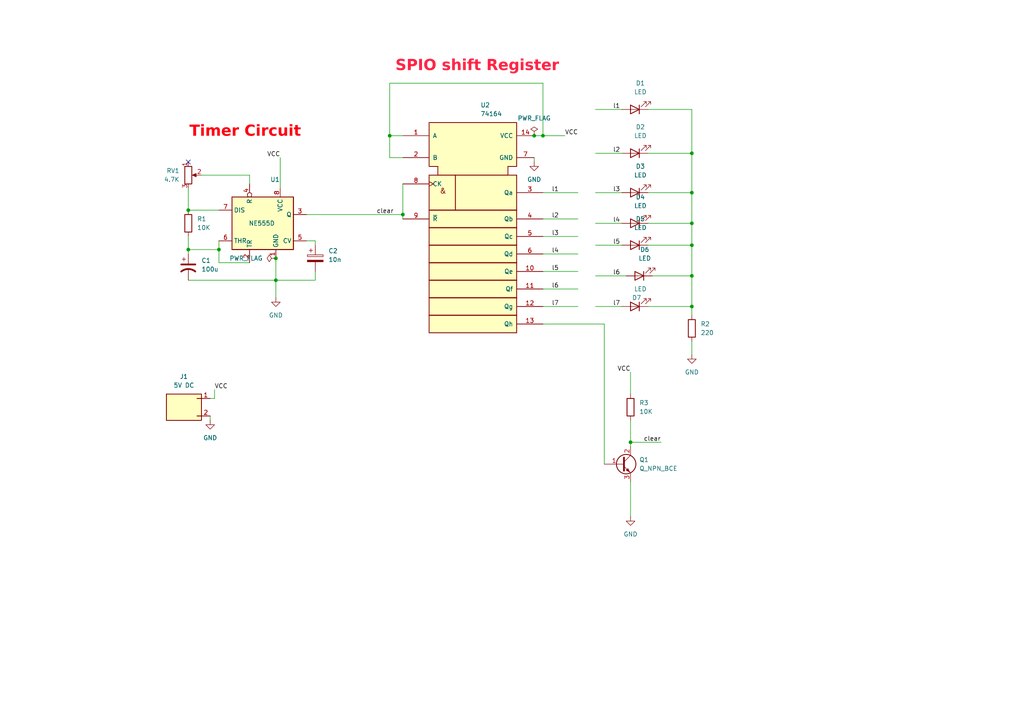
<source format=kicad_sch>
(kicad_sch
	(version 20231120)
	(generator "eeschema")
	(generator_version "8.0")
	(uuid "f6e62e4e-39cf-4a44-b615-500df6971188")
	(paper "A4")
	(lib_symbols
		(symbol "74xx_IEEE:74164"
			(pin_names
				(offset 1.016)
			)
			(exclude_from_sim no)
			(in_bom yes)
			(on_board yes)
			(property "Reference" "U2"
				(at 2.1941 22.86 0)
				(effects
					(font
						(size 1.27 1.27)
					)
					(justify left)
				)
			)
			(property "Value" "74164"
				(at 2.1941 20.32 0)
				(effects
					(font
						(size 1.27 1.27)
					)
					(justify left)
				)
			)
			(property "Footprint" "Package_DIP:DIP-14_W7.62mm"
				(at 0 0 0)
				(effects
					(font
						(size 1.27 1.27)
					)
					(hide yes)
				)
			)
			(property "Datasheet" ""
				(at 0 0 0)
				(effects
					(font
						(size 1.27 1.27)
					)
					(hide yes)
				)
			)
			(property "Description" ""
				(at 0 0 0)
				(effects
					(font
						(size 1.27 1.27)
					)
					(hide yes)
				)
			)
			(symbol "74164_0_0"
				(text "&"
					(at -8.636 -2.032 0)
					(effects
						(font
							(size 1.524 1.524)
						)
					)
				)
			)
			(symbol "74164_0_1"
				(rectangle
					(start -12.7 -38.1)
					(end 12.7 -43.18)
					(stroke
						(width 0.254)
						(type default)
					)
					(fill
						(type background)
					)
				)
				(rectangle
					(start -12.7 -33.02)
					(end 12.7 -38.1)
					(stroke
						(width 0.254)
						(type default)
					)
					(fill
						(type background)
					)
				)
				(rectangle
					(start -12.7 -27.94)
					(end 12.7 -33.02)
					(stroke
						(width 0.254)
						(type default)
					)
					(fill
						(type background)
					)
				)
				(rectangle
					(start -12.7 -22.86)
					(end 12.7 -27.94)
					(stroke
						(width 0.254)
						(type default)
					)
					(fill
						(type background)
					)
				)
				(rectangle
					(start -12.7 -17.78)
					(end 12.7 -22.86)
					(stroke
						(width 0.254)
						(type default)
					)
					(fill
						(type background)
					)
				)
				(rectangle
					(start -12.7 -12.7)
					(end 12.7 -17.78)
					(stroke
						(width 0.254)
						(type default)
					)
					(fill
						(type background)
					)
				)
				(rectangle
					(start -12.7 -7.62)
					(end 12.7 -12.7)
					(stroke
						(width 0.254)
						(type default)
					)
					(fill
						(type background)
					)
				)
				(rectangle
					(start -12.7 2.54)
					(end 12.7 -7.62)
					(stroke
						(width 0.254)
						(type default)
					)
					(fill
						(type background)
					)
				)
				(polyline
					(pts
						(xy -5.08 2.54) (xy -5.08 -7.62) (xy -5.08 -7.62)
					)
					(stroke
						(width 0.254)
						(type default)
					)
					(fill
						(type background)
					)
				)
				(polyline
					(pts
						(xy -10.16 2.54) (xy -10.16 5.08) (xy -12.7 5.08) (xy -12.7 17.78) (xy 12.7 17.78) (xy 12.7 5.08)
						(xy 10.16 5.08) (xy 10.16 2.54) (xy 10.16 2.54)
					)
					(stroke
						(width 0.254)
						(type default)
					)
					(fill
						(type background)
					)
				)
			)
			(symbol "74164_1_1"
				(pin input line
					(at -20.32 13.97 0)
					(length 7.62)
					(name "A"
						(effects
							(font
								(size 1.27 1.27)
							)
						)
					)
					(number "1"
						(effects
							(font
								(size 1.27 1.27)
							)
						)
					)
				)
				(pin output line
					(at 20.32 -25.4 180)
					(length 7.62)
					(name "Qe"
						(effects
							(font
								(size 1.27 1.27)
							)
						)
					)
					(number "10"
						(effects
							(font
								(size 1.27 1.27)
							)
						)
					)
				)
				(pin output line
					(at 20.32 -30.48 180)
					(length 7.62)
					(name "Qf"
						(effects
							(font
								(size 1.27 1.27)
							)
						)
					)
					(number "11"
						(effects
							(font
								(size 1.27 1.27)
							)
						)
					)
				)
				(pin output line
					(at 20.32 -35.56 180)
					(length 7.62)
					(name "Qg"
						(effects
							(font
								(size 1.27 1.27)
							)
						)
					)
					(number "12"
						(effects
							(font
								(size 1.27 1.27)
							)
						)
					)
				)
				(pin output line
					(at 20.32 -40.64 180)
					(length 7.62)
					(name "Qh"
						(effects
							(font
								(size 1.27 1.27)
							)
						)
					)
					(number "13"
						(effects
							(font
								(size 1.27 1.27)
							)
						)
					)
				)
				(pin power_in line
					(at 17.78 13.97 180)
					(length 5.08)
					(name "VCC"
						(effects
							(font
								(size 1.27 1.27)
							)
						)
					)
					(number "14"
						(effects
							(font
								(size 1.27 1.27)
							)
						)
					)
				)
				(pin input line
					(at -20.32 7.62 0)
					(length 7.62)
					(name "B"
						(effects
							(font
								(size 1.27 1.27)
							)
						)
					)
					(number "2"
						(effects
							(font
								(size 1.27 1.27)
							)
						)
					)
				)
				(pin output line
					(at 20.32 -2.54 180)
					(length 7.62)
					(name "Qa"
						(effects
							(font
								(size 1.27 1.27)
							)
						)
					)
					(number "3"
						(effects
							(font
								(size 1.27 1.27)
							)
						)
					)
				)
				(pin output line
					(at 20.32 -10.16 180)
					(length 7.62)
					(name "Qb"
						(effects
							(font
								(size 1.27 1.27)
							)
						)
					)
					(number "4"
						(effects
							(font
								(size 1.27 1.27)
							)
						)
					)
				)
				(pin output line
					(at 20.32 -15.24 180)
					(length 7.62)
					(name "Qc"
						(effects
							(font
								(size 1.27 1.27)
							)
						)
					)
					(number "5"
						(effects
							(font
								(size 1.27 1.27)
							)
						)
					)
				)
				(pin output line
					(at 20.32 -20.32 180)
					(length 7.62)
					(name "Qd"
						(effects
							(font
								(size 1.27 1.27)
							)
						)
					)
					(number "6"
						(effects
							(font
								(size 1.27 1.27)
							)
						)
					)
				)
				(pin power_in line
					(at 17.78 7.62 180)
					(length 5.08)
					(name "GND"
						(effects
							(font
								(size 1.27 1.27)
							)
						)
					)
					(number "7"
						(effects
							(font
								(size 1.27 1.27)
							)
						)
					)
				)
				(pin input clock
					(at -20.32 0 0)
					(length 7.62)
					(name "CK"
						(effects
							(font
								(size 1.27 1.27)
							)
						)
					)
					(number "8"
						(effects
							(font
								(size 1.27 1.27)
							)
						)
					)
				)
				(pin input line
					(at -20.32 -10.16 0)
					(length 7.62)
					(name "~{R}"
						(effects
							(font
								(size 1.27 1.27)
							)
						)
					)
					(number "9"
						(effects
							(font
								(size 1.27 1.27)
							)
						)
					)
				)
			)
		)
		(symbol "Connector:Jack-DC"
			(pin_names
				(offset 1.016)
			)
			(exclude_from_sim no)
			(in_bom yes)
			(on_board yes)
			(property "Reference" "J1"
				(at 0 8.89 0)
				(effects
					(font
						(size 1.27 1.27)
					)
				)
			)
			(property "Value" "5V"
				(at 0 6.35 0)
				(effects
					(font
						(size 1.27 1.27)
					)
				)
			)
			(property "Footprint" "Connector_BarrelJack:BarrelJack_Horizontal"
				(at 1.27 -1.016 0)
				(effects
					(font
						(size 1.27 1.27)
					)
					(hide yes)
				)
			)
			(property "Datasheet" "~"
				(at 1.27 -1.016 0)
				(effects
					(font
						(size 1.27 1.27)
					)
					(hide yes)
				)
			)
			(property "Description" "DC Barrel Jack"
				(at 0 0 0)
				(effects
					(font
						(size 1.27 1.27)
					)
					(hide yes)
				)
			)
			(property "ki_keywords" "DC power barrel jack connector"
				(at 0 0 0)
				(effects
					(font
						(size 1.27 1.27)
					)
					(hide yes)
				)
			)
			(property "ki_fp_filters" "BarrelJack*"
				(at 0 0 0)
				(effects
					(font
						(size 1.27 1.27)
					)
					(hide yes)
				)
			)
			(symbol "Jack-DC_0_1"
				(rectangle
					(start -5.08 3.81)
					(end 5.08 -3.81)
					(stroke
						(width 0.254)
						(type default)
					)
					(fill
						(type background)
					)
				)
				(polyline
					(pts
						(xy 5.08 -2.54) (xy 3.81 -2.54)
					)
					(stroke
						(width 0.254)
						(type default)
					)
					(fill
						(type none)
					)
				)
				(polyline
					(pts
						(xy 5.08 2.54) (xy 3.81 2.54)
					)
					(stroke
						(width 0.254)
						(type default)
					)
					(fill
						(type none)
					)
				)
			)
			(symbol "Jack-DC_1_1"
				(pin passive line
					(at 7.62 2.54 180)
					(length 2.54)
					(name "~"
						(effects
							(font
								(size 1.27 1.27)
							)
						)
					)
					(number "1"
						(effects
							(font
								(size 1.27 1.27)
							)
						)
					)
				)
				(pin passive line
					(at 7.62 -2.54 180)
					(length 2.54)
					(name "~"
						(effects
							(font
								(size 1.27 1.27)
							)
						)
					)
					(number "2"
						(effects
							(font
								(size 1.27 1.27)
							)
						)
					)
				)
			)
		)
		(symbol "Device:C_Polarized"
			(pin_numbers hide)
			(pin_names
				(offset 0.254)
			)
			(exclude_from_sim no)
			(in_bom yes)
			(on_board yes)
			(property "Reference" "C"
				(at 0.635 2.54 0)
				(effects
					(font
						(size 1.27 1.27)
					)
					(justify left)
				)
			)
			(property "Value" "C_Polarized"
				(at 0.635 -2.54 0)
				(effects
					(font
						(size 1.27 1.27)
					)
					(justify left)
				)
			)
			(property "Footprint" ""
				(at 0.9652 -3.81 0)
				(effects
					(font
						(size 1.27 1.27)
					)
					(hide yes)
				)
			)
			(property "Datasheet" "~"
				(at 0 0 0)
				(effects
					(font
						(size 1.27 1.27)
					)
					(hide yes)
				)
			)
			(property "Description" "Polarized capacitor"
				(at 0 0 0)
				(effects
					(font
						(size 1.27 1.27)
					)
					(hide yes)
				)
			)
			(property "ki_keywords" "cap capacitor"
				(at 0 0 0)
				(effects
					(font
						(size 1.27 1.27)
					)
					(hide yes)
				)
			)
			(property "ki_fp_filters" "CP_*"
				(at 0 0 0)
				(effects
					(font
						(size 1.27 1.27)
					)
					(hide yes)
				)
			)
			(symbol "C_Polarized_0_1"
				(rectangle
					(start -2.286 0.508)
					(end 2.286 1.016)
					(stroke
						(width 0)
						(type default)
					)
					(fill
						(type none)
					)
				)
				(polyline
					(pts
						(xy -1.778 2.286) (xy -0.762 2.286)
					)
					(stroke
						(width 0)
						(type default)
					)
					(fill
						(type none)
					)
				)
				(polyline
					(pts
						(xy -1.27 2.794) (xy -1.27 1.778)
					)
					(stroke
						(width 0)
						(type default)
					)
					(fill
						(type none)
					)
				)
				(rectangle
					(start 2.286 -0.508)
					(end -2.286 -1.016)
					(stroke
						(width 0)
						(type default)
					)
					(fill
						(type outline)
					)
				)
			)
			(symbol "C_Polarized_1_1"
				(pin passive line
					(at 0 3.81 270)
					(length 2.794)
					(name "~"
						(effects
							(font
								(size 1.27 1.27)
							)
						)
					)
					(number "1"
						(effects
							(font
								(size 1.27 1.27)
							)
						)
					)
				)
				(pin passive line
					(at 0 -3.81 90)
					(length 2.794)
					(name "~"
						(effects
							(font
								(size 1.27 1.27)
							)
						)
					)
					(number "2"
						(effects
							(font
								(size 1.27 1.27)
							)
						)
					)
				)
			)
		)
		(symbol "Device:C_Polarized_US"
			(pin_numbers hide)
			(pin_names
				(offset 0.254) hide)
			(exclude_from_sim no)
			(in_bom yes)
			(on_board yes)
			(property "Reference" "C"
				(at 0.635 2.54 0)
				(effects
					(font
						(size 1.27 1.27)
					)
					(justify left)
				)
			)
			(property "Value" "C_Polarized_US"
				(at 0.635 -2.54 0)
				(effects
					(font
						(size 1.27 1.27)
					)
					(justify left)
				)
			)
			(property "Footprint" ""
				(at 0 0 0)
				(effects
					(font
						(size 1.27 1.27)
					)
					(hide yes)
				)
			)
			(property "Datasheet" "~"
				(at 0 0 0)
				(effects
					(font
						(size 1.27 1.27)
					)
					(hide yes)
				)
			)
			(property "Description" "Polarized capacitor, US symbol"
				(at 0 0 0)
				(effects
					(font
						(size 1.27 1.27)
					)
					(hide yes)
				)
			)
			(property "ki_keywords" "cap capacitor"
				(at 0 0 0)
				(effects
					(font
						(size 1.27 1.27)
					)
					(hide yes)
				)
			)
			(property "ki_fp_filters" "CP_*"
				(at 0 0 0)
				(effects
					(font
						(size 1.27 1.27)
					)
					(hide yes)
				)
			)
			(symbol "C_Polarized_US_0_1"
				(polyline
					(pts
						(xy -2.032 0.762) (xy 2.032 0.762)
					)
					(stroke
						(width 0.508)
						(type default)
					)
					(fill
						(type none)
					)
				)
				(polyline
					(pts
						(xy -1.778 2.286) (xy -0.762 2.286)
					)
					(stroke
						(width 0)
						(type default)
					)
					(fill
						(type none)
					)
				)
				(polyline
					(pts
						(xy -1.27 1.778) (xy -1.27 2.794)
					)
					(stroke
						(width 0)
						(type default)
					)
					(fill
						(type none)
					)
				)
				(arc
					(start 2.032 -1.27)
					(mid 0 -0.5572)
					(end -2.032 -1.27)
					(stroke
						(width 0.508)
						(type default)
					)
					(fill
						(type none)
					)
				)
			)
			(symbol "C_Polarized_US_1_1"
				(pin passive line
					(at 0 3.81 270)
					(length 2.794)
					(name "~"
						(effects
							(font
								(size 1.27 1.27)
							)
						)
					)
					(number "1"
						(effects
							(font
								(size 1.27 1.27)
							)
						)
					)
				)
				(pin passive line
					(at 0 -3.81 90)
					(length 3.302)
					(name "~"
						(effects
							(font
								(size 1.27 1.27)
							)
						)
					)
					(number "2"
						(effects
							(font
								(size 1.27 1.27)
							)
						)
					)
				)
			)
		)
		(symbol "Device:LED"
			(pin_numbers hide)
			(pin_names
				(offset 1.016) hide)
			(exclude_from_sim no)
			(in_bom yes)
			(on_board yes)
			(property "Reference" "D"
				(at 0 2.54 0)
				(effects
					(font
						(size 1.27 1.27)
					)
				)
			)
			(property "Value" "LED"
				(at 0 -2.54 0)
				(effects
					(font
						(size 1.27 1.27)
					)
				)
			)
			(property "Footprint" ""
				(at 0 0 0)
				(effects
					(font
						(size 1.27 1.27)
					)
					(hide yes)
				)
			)
			(property "Datasheet" "~"
				(at 0 0 0)
				(effects
					(font
						(size 1.27 1.27)
					)
					(hide yes)
				)
			)
			(property "Description" "Light emitting diode"
				(at 0 0 0)
				(effects
					(font
						(size 1.27 1.27)
					)
					(hide yes)
				)
			)
			(property "ki_keywords" "LED diode"
				(at 0 0 0)
				(effects
					(font
						(size 1.27 1.27)
					)
					(hide yes)
				)
			)
			(property "ki_fp_filters" "LED* LED_SMD:* LED_THT:*"
				(at 0 0 0)
				(effects
					(font
						(size 1.27 1.27)
					)
					(hide yes)
				)
			)
			(symbol "LED_0_1"
				(polyline
					(pts
						(xy -1.27 -1.27) (xy -1.27 1.27)
					)
					(stroke
						(width 0.254)
						(type default)
					)
					(fill
						(type none)
					)
				)
				(polyline
					(pts
						(xy -1.27 0) (xy 1.27 0)
					)
					(stroke
						(width 0)
						(type default)
					)
					(fill
						(type none)
					)
				)
				(polyline
					(pts
						(xy 1.27 -1.27) (xy 1.27 1.27) (xy -1.27 0) (xy 1.27 -1.27)
					)
					(stroke
						(width 0.254)
						(type default)
					)
					(fill
						(type none)
					)
				)
				(polyline
					(pts
						(xy -3.048 -0.762) (xy -4.572 -2.286) (xy -3.81 -2.286) (xy -4.572 -2.286) (xy -4.572 -1.524)
					)
					(stroke
						(width 0)
						(type default)
					)
					(fill
						(type none)
					)
				)
				(polyline
					(pts
						(xy -1.778 -0.762) (xy -3.302 -2.286) (xy -2.54 -2.286) (xy -3.302 -2.286) (xy -3.302 -1.524)
					)
					(stroke
						(width 0)
						(type default)
					)
					(fill
						(type none)
					)
				)
			)
			(symbol "LED_1_1"
				(pin passive line
					(at -3.81 0 0)
					(length 2.54)
					(name "K"
						(effects
							(font
								(size 1.27 1.27)
							)
						)
					)
					(number "1"
						(effects
							(font
								(size 1.27 1.27)
							)
						)
					)
				)
				(pin passive line
					(at 3.81 0 180)
					(length 2.54)
					(name "A"
						(effects
							(font
								(size 1.27 1.27)
							)
						)
					)
					(number "2"
						(effects
							(font
								(size 1.27 1.27)
							)
						)
					)
				)
			)
		)
		(symbol "Device:Q_NPN_BCE"
			(pin_names
				(offset 0) hide)
			(exclude_from_sim no)
			(in_bom yes)
			(on_board yes)
			(property "Reference" "Q"
				(at 5.08 1.27 0)
				(effects
					(font
						(size 1.27 1.27)
					)
					(justify left)
				)
			)
			(property "Value" "Q_NPN_BCE"
				(at 5.08 -1.27 0)
				(effects
					(font
						(size 1.27 1.27)
					)
					(justify left)
				)
			)
			(property "Footprint" ""
				(at 5.08 2.54 0)
				(effects
					(font
						(size 1.27 1.27)
					)
					(hide yes)
				)
			)
			(property "Datasheet" "~"
				(at 0 0 0)
				(effects
					(font
						(size 1.27 1.27)
					)
					(hide yes)
				)
			)
			(property "Description" "NPN transistor, base/collector/emitter"
				(at 0 0 0)
				(effects
					(font
						(size 1.27 1.27)
					)
					(hide yes)
				)
			)
			(property "ki_keywords" "transistor NPN"
				(at 0 0 0)
				(effects
					(font
						(size 1.27 1.27)
					)
					(hide yes)
				)
			)
			(symbol "Q_NPN_BCE_0_1"
				(polyline
					(pts
						(xy 0.635 0.635) (xy 2.54 2.54)
					)
					(stroke
						(width 0)
						(type default)
					)
					(fill
						(type none)
					)
				)
				(polyline
					(pts
						(xy 0.635 -0.635) (xy 2.54 -2.54) (xy 2.54 -2.54)
					)
					(stroke
						(width 0)
						(type default)
					)
					(fill
						(type none)
					)
				)
				(polyline
					(pts
						(xy 0.635 1.905) (xy 0.635 -1.905) (xy 0.635 -1.905)
					)
					(stroke
						(width 0.508)
						(type default)
					)
					(fill
						(type none)
					)
				)
				(polyline
					(pts
						(xy 1.27 -1.778) (xy 1.778 -1.27) (xy 2.286 -2.286) (xy 1.27 -1.778) (xy 1.27 -1.778)
					)
					(stroke
						(width 0)
						(type default)
					)
					(fill
						(type outline)
					)
				)
				(circle
					(center 1.27 0)
					(radius 2.8194)
					(stroke
						(width 0.254)
						(type default)
					)
					(fill
						(type none)
					)
				)
			)
			(symbol "Q_NPN_BCE_1_1"
				(pin input line
					(at -5.08 0 0)
					(length 5.715)
					(name "B"
						(effects
							(font
								(size 1.27 1.27)
							)
						)
					)
					(number "1"
						(effects
							(font
								(size 1.27 1.27)
							)
						)
					)
				)
				(pin passive line
					(at 2.54 5.08 270)
					(length 2.54)
					(name "C"
						(effects
							(font
								(size 1.27 1.27)
							)
						)
					)
					(number "2"
						(effects
							(font
								(size 1.27 1.27)
							)
						)
					)
				)
				(pin passive line
					(at 2.54 -5.08 90)
					(length 2.54)
					(name "E"
						(effects
							(font
								(size 1.27 1.27)
							)
						)
					)
					(number "3"
						(effects
							(font
								(size 1.27 1.27)
							)
						)
					)
				)
			)
		)
		(symbol "Device:R"
			(pin_numbers hide)
			(pin_names
				(offset 0)
			)
			(exclude_from_sim no)
			(in_bom yes)
			(on_board yes)
			(property "Reference" "R"
				(at 2.032 0 90)
				(effects
					(font
						(size 1.27 1.27)
					)
				)
			)
			(property "Value" "R"
				(at 0 0 90)
				(effects
					(font
						(size 1.27 1.27)
					)
				)
			)
			(property "Footprint" ""
				(at -1.778 0 90)
				(effects
					(font
						(size 1.27 1.27)
					)
					(hide yes)
				)
			)
			(property "Datasheet" "~"
				(at 0 0 0)
				(effects
					(font
						(size 1.27 1.27)
					)
					(hide yes)
				)
			)
			(property "Description" "Resistor"
				(at 0 0 0)
				(effects
					(font
						(size 1.27 1.27)
					)
					(hide yes)
				)
			)
			(property "ki_keywords" "R res resistor"
				(at 0 0 0)
				(effects
					(font
						(size 1.27 1.27)
					)
					(hide yes)
				)
			)
			(property "ki_fp_filters" "R_*"
				(at 0 0 0)
				(effects
					(font
						(size 1.27 1.27)
					)
					(hide yes)
				)
			)
			(symbol "R_0_1"
				(rectangle
					(start -1.016 -2.54)
					(end 1.016 2.54)
					(stroke
						(width 0.254)
						(type default)
					)
					(fill
						(type none)
					)
				)
			)
			(symbol "R_1_1"
				(pin passive line
					(at 0 3.81 270)
					(length 1.27)
					(name "~"
						(effects
							(font
								(size 1.27 1.27)
							)
						)
					)
					(number "1"
						(effects
							(font
								(size 1.27 1.27)
							)
						)
					)
				)
				(pin passive line
					(at 0 -3.81 90)
					(length 1.27)
					(name "~"
						(effects
							(font
								(size 1.27 1.27)
							)
						)
					)
					(number "2"
						(effects
							(font
								(size 1.27 1.27)
							)
						)
					)
				)
			)
		)
		(symbol "Device:R_Potentiometer"
			(pin_names
				(offset 1.016) hide)
			(exclude_from_sim no)
			(in_bom yes)
			(on_board yes)
			(property "Reference" "RV"
				(at -4.445 0 90)
				(effects
					(font
						(size 1.27 1.27)
					)
				)
			)
			(property "Value" "R_Potentiometer"
				(at -2.54 0 90)
				(effects
					(font
						(size 1.27 1.27)
					)
				)
			)
			(property "Footprint" ""
				(at 0 0 0)
				(effects
					(font
						(size 1.27 1.27)
					)
					(hide yes)
				)
			)
			(property "Datasheet" "~"
				(at 0 0 0)
				(effects
					(font
						(size 1.27 1.27)
					)
					(hide yes)
				)
			)
			(property "Description" "Potentiometer"
				(at 0 0 0)
				(effects
					(font
						(size 1.27 1.27)
					)
					(hide yes)
				)
			)
			(property "ki_keywords" "resistor variable"
				(at 0 0 0)
				(effects
					(font
						(size 1.27 1.27)
					)
					(hide yes)
				)
			)
			(property "ki_fp_filters" "Potentiometer*"
				(at 0 0 0)
				(effects
					(font
						(size 1.27 1.27)
					)
					(hide yes)
				)
			)
			(symbol "R_Potentiometer_0_1"
				(polyline
					(pts
						(xy 2.54 0) (xy 1.524 0)
					)
					(stroke
						(width 0)
						(type default)
					)
					(fill
						(type none)
					)
				)
				(polyline
					(pts
						(xy 1.143 0) (xy 2.286 0.508) (xy 2.286 -0.508) (xy 1.143 0)
					)
					(stroke
						(width 0)
						(type default)
					)
					(fill
						(type outline)
					)
				)
				(rectangle
					(start 1.016 2.54)
					(end -1.016 -2.54)
					(stroke
						(width 0.254)
						(type default)
					)
					(fill
						(type none)
					)
				)
			)
			(symbol "R_Potentiometer_1_1"
				(pin passive line
					(at 0 3.81 270)
					(length 1.27)
					(name "1"
						(effects
							(font
								(size 1.27 1.27)
							)
						)
					)
					(number "1"
						(effects
							(font
								(size 1.27 1.27)
							)
						)
					)
				)
				(pin passive line
					(at 3.81 0 180)
					(length 1.27)
					(name "2"
						(effects
							(font
								(size 1.27 1.27)
							)
						)
					)
					(number "2"
						(effects
							(font
								(size 1.27 1.27)
							)
						)
					)
				)
				(pin passive line
					(at 0 -3.81 90)
					(length 1.27)
					(name "3"
						(effects
							(font
								(size 1.27 1.27)
							)
						)
					)
					(number "3"
						(effects
							(font
								(size 1.27 1.27)
							)
						)
					)
				)
			)
		)
		(symbol "R_1"
			(pin_numbers hide)
			(pin_names
				(offset 0)
			)
			(exclude_from_sim no)
			(in_bom yes)
			(on_board yes)
			(property "Reference" "R?"
				(at 2.54 1.2701 0)
				(effects
					(font
						(size 1.27 1.27)
					)
					(justify left)
				)
			)
			(property "Value" "R"
				(at 2.54 -1.2699 0)
				(effects
					(font
						(size 1.27 1.27)
					)
					(justify left)
				)
			)
			(property "Footprint" ""
				(at -1.778 0 90)
				(effects
					(font
						(size 1.27 1.27)
					)
					(hide yes)
				)
			)
			(property "Datasheet" "~"
				(at 0 0 0)
				(effects
					(font
						(size 1.27 1.27)
					)
					(hide yes)
				)
			)
			(property "Description" "Resistor"
				(at 0 0 0)
				(effects
					(font
						(size 1.27 1.27)
					)
					(hide yes)
				)
			)
			(property "ki_keywords" "R res resistor"
				(at 0 0 0)
				(effects
					(font
						(size 1.27 1.27)
					)
					(hide yes)
				)
			)
			(property "ki_fp_filters" "R_*"
				(at 0 0 0)
				(effects
					(font
						(size 1.27 1.27)
					)
					(hide yes)
				)
			)
			(symbol "R_1_0_1"
				(rectangle
					(start -1.016 -2.54)
					(end 1.016 2.54)
					(stroke
						(width 0.254)
						(type default)
					)
					(fill
						(type none)
					)
				)
			)
			(symbol "R_1_1_1"
				(pin passive line
					(at 0 3.81 270)
					(length 1.27)
					(name "~"
						(effects
							(font
								(size 1.27 1.27)
							)
						)
					)
					(number "1"
						(effects
							(font
								(size 1.27 1.27)
							)
						)
					)
				)
				(pin passive line
					(at 0 -3.81 90)
					(length 1.27)
					(name "~"
						(effects
							(font
								(size 1.27 1.27)
							)
						)
					)
					(number "2"
						(effects
							(font
								(size 1.27 1.27)
							)
						)
					)
				)
			)
		)
		(symbol "Timer:NE555D"
			(exclude_from_sim no)
			(in_bom yes)
			(on_board yes)
			(property "Reference" "U1"
				(at 2.1941 12.7 0)
				(effects
					(font
						(size 1.27 1.27)
					)
					(justify left)
				)
			)
			(property "Value" "NE555D"
				(at -4.064 0 0)
				(effects
					(font
						(size 1.27 1.27)
					)
					(justify left)
				)
			)
			(property "Footprint" "Package_SO:SOIC-8_3.9x4.9mm_P1.27mm"
				(at -51.816 -0.254 0)
				(effects
					(font
						(size 1.27 1.27)
					)
					(hide yes)
				)
			)
			(property "Datasheet" "http://www.ti.com/lit/ds/symlink/ne555.pdf"
				(at -59.436 -5.334 0)
				(effects
					(font
						(size 1.27 1.27)
					)
					(hide yes)
				)
			)
			(property "Description" "Precision Timers, 555 compatible, SOIC-8"
				(at -57.658 3.048 0)
				(effects
					(font
						(size 1.27 1.27)
					)
					(hide yes)
				)
			)
			(property "ki_keywords" "single timer 555"
				(at 0 0 0)
				(effects
					(font
						(size 1.27 1.27)
					)
					(hide yes)
				)
			)
			(property "ki_fp_filters" "SOIC*3.9x4.9mm*P1.27mm*"
				(at 0 0 0)
				(effects
					(font
						(size 1.27 1.27)
					)
					(hide yes)
				)
			)
			(symbol "NE555D_0_1"
				(rectangle
					(start -8.89 -7.62)
					(end 8.89 7.62)
					(stroke
						(width 0.254)
						(type default)
					)
					(fill
						(type background)
					)
				)
				(rectangle
					(start -8.89 7.62)
					(end 8.89 -7.62)
					(stroke
						(width 0.254)
						(type default)
					)
					(fill
						(type background)
					)
				)
			)
			(symbol "NE555D_1_0"
				(pin power_in line
					(at 3.81 -10.16 90)
					(length 2.54)
					(name "GND"
						(effects
							(font
								(size 1.27 1.27)
							)
						)
					)
					(number "1"
						(effects
							(font
								(size 1.27 1.27)
							)
						)
					)
				)
				(pin power_in line
					(at 5.08 10.16 270)
					(length 2.54)
					(name "VCC"
						(effects
							(font
								(size 1.27 1.27)
							)
						)
					)
					(number "8"
						(effects
							(font
								(size 1.27 1.27)
							)
						)
					)
				)
			)
			(symbol "NE555D_1_1"
				(pin input line
					(at -3.81 -11.43 90)
					(length 3.81)
					(name "TR"
						(effects
							(font
								(size 1.27 1.27)
							)
						)
					)
					(number "2"
						(effects
							(font
								(size 1.27 1.27)
							)
						)
					)
				)
				(pin output line
					(at 12.7 2.54 180)
					(length 3.81)
					(name "Q"
						(effects
							(font
								(size 1.27 1.27)
							)
						)
					)
					(number "3"
						(effects
							(font
								(size 1.27 1.27)
							)
						)
					)
				)
				(pin input inverted
					(at -3.81 11.43 270)
					(length 3.81)
					(name "R"
						(effects
							(font
								(size 1.27 1.27)
							)
						)
					)
					(number "4"
						(effects
							(font
								(size 1.27 1.27)
							)
						)
					)
				)
				(pin input line
					(at 12.7 -5.08 180)
					(length 3.81)
					(name "CV"
						(effects
							(font
								(size 1.27 1.27)
							)
						)
					)
					(number "5"
						(effects
							(font
								(size 1.27 1.27)
							)
						)
					)
				)
				(pin input line
					(at -12.7 -5.08 0)
					(length 3.81)
					(name "THR"
						(effects
							(font
								(size 1.27 1.27)
							)
						)
					)
					(number "6"
						(effects
							(font
								(size 1.27 1.27)
							)
						)
					)
				)
				(pin input line
					(at -12.7 3.81 0)
					(length 3.81)
					(name "DIS"
						(effects
							(font
								(size 1.27 1.27)
							)
						)
					)
					(number "7"
						(effects
							(font
								(size 1.27 1.27)
							)
						)
					)
				)
			)
		)
		(symbol "power:GND"
			(power)
			(pin_numbers hide)
			(pin_names
				(offset 0) hide)
			(exclude_from_sim no)
			(in_bom yes)
			(on_board yes)
			(property "Reference" "#PWR"
				(at 0 -6.35 0)
				(effects
					(font
						(size 1.27 1.27)
					)
					(hide yes)
				)
			)
			(property "Value" "GND"
				(at 0 -3.81 0)
				(effects
					(font
						(size 1.27 1.27)
					)
				)
			)
			(property "Footprint" ""
				(at 0 0 0)
				(effects
					(font
						(size 1.27 1.27)
					)
					(hide yes)
				)
			)
			(property "Datasheet" ""
				(at 0 0 0)
				(effects
					(font
						(size 1.27 1.27)
					)
					(hide yes)
				)
			)
			(property "Description" "Power symbol creates a global label with name \"GND\" , ground"
				(at 0 0 0)
				(effects
					(font
						(size 1.27 1.27)
					)
					(hide yes)
				)
			)
			(property "ki_keywords" "global power"
				(at 0 0 0)
				(effects
					(font
						(size 1.27 1.27)
					)
					(hide yes)
				)
			)
			(symbol "GND_0_1"
				(polyline
					(pts
						(xy 0 0) (xy 0 -1.27) (xy 1.27 -1.27) (xy 0 -2.54) (xy -1.27 -1.27) (xy 0 -1.27)
					)
					(stroke
						(width 0)
						(type default)
					)
					(fill
						(type none)
					)
				)
			)
			(symbol "GND_1_1"
				(pin power_in line
					(at 0 0 270)
					(length 0)
					(name "~"
						(effects
							(font
								(size 1.27 1.27)
							)
						)
					)
					(number "1"
						(effects
							(font
								(size 1.27 1.27)
							)
						)
					)
				)
			)
		)
		(symbol "power:PWR_FLAG"
			(power)
			(pin_numbers hide)
			(pin_names
				(offset 0) hide)
			(exclude_from_sim no)
			(in_bom yes)
			(on_board yes)
			(property "Reference" "#FLG"
				(at 0 1.905 0)
				(effects
					(font
						(size 1.27 1.27)
					)
					(hide yes)
				)
			)
			(property "Value" "PWR_FLAG"
				(at 0 3.81 0)
				(effects
					(font
						(size 1.27 1.27)
					)
				)
			)
			(property "Footprint" ""
				(at 0 0 0)
				(effects
					(font
						(size 1.27 1.27)
					)
					(hide yes)
				)
			)
			(property "Datasheet" "~"
				(at 0 0 0)
				(effects
					(font
						(size 1.27 1.27)
					)
					(hide yes)
				)
			)
			(property "Description" "Special symbol for telling ERC where power comes from"
				(at 0 0 0)
				(effects
					(font
						(size 1.27 1.27)
					)
					(hide yes)
				)
			)
			(property "ki_keywords" "flag power"
				(at 0 0 0)
				(effects
					(font
						(size 1.27 1.27)
					)
					(hide yes)
				)
			)
			(symbol "PWR_FLAG_0_0"
				(pin power_out line
					(at 0 0 90)
					(length 0)
					(name "~"
						(effects
							(font
								(size 1.27 1.27)
							)
						)
					)
					(number "1"
						(effects
							(font
								(size 1.27 1.27)
							)
						)
					)
				)
			)
			(symbol "PWR_FLAG_0_1"
				(polyline
					(pts
						(xy 0 0) (xy 0 1.27) (xy -1.016 1.905) (xy 0 2.54) (xy 1.016 1.905) (xy 0 1.27)
					)
					(stroke
						(width 0)
						(type default)
					)
					(fill
						(type none)
					)
				)
			)
		)
	)
	(junction
		(at 113.03 39.37)
		(diameter 0)
		(color 0 0 0 0)
		(uuid "0ebf0c04-28ba-4a1b-ad32-2e8b6e10cf01")
	)
	(junction
		(at 200.66 71.12)
		(diameter 0)
		(color 0 0 0 0)
		(uuid "3531f39b-df6a-4d6b-8729-dd76dadc1c99")
	)
	(junction
		(at 54.61 60.96)
		(diameter 0)
		(color 0 0 0 0)
		(uuid "3d2367cd-8b04-494e-aefb-dc7169aa8b7a")
	)
	(junction
		(at 80.01 81.28)
		(diameter 0)
		(color 0 0 0 0)
		(uuid "5662dc7d-0fb0-4b10-955f-5730616be5dd")
	)
	(junction
		(at 80.01 74.93)
		(diameter 0)
		(color 0 0 0 0)
		(uuid "5b0822f0-274a-47ca-aa1c-29623843daa3")
	)
	(junction
		(at 200.66 64.77)
		(diameter 0)
		(color 0 0 0 0)
		(uuid "5fcae780-de18-4621-a5d3-b54631ba7b28")
	)
	(junction
		(at 200.66 44.45)
		(diameter 0)
		(color 0 0 0 0)
		(uuid "6b9452dc-bc0a-4890-9532-f2eac44e822a")
	)
	(junction
		(at 116.84 62.23)
		(diameter 0)
		(color 0 0 0 0)
		(uuid "6fa91cb8-93e4-4889-88cd-ec8ed0803219")
	)
	(junction
		(at 54.61 72.39)
		(diameter 0)
		(color 0 0 0 0)
		(uuid "72ac4b41-2447-41ab-a4e5-309bf23133d7")
	)
	(junction
		(at 157.48 39.37)
		(diameter 0)
		(color 0 0 0 0)
		(uuid "827e5aa7-e7ab-46bf-bc3c-31bea797edaa")
	)
	(junction
		(at 182.88 128.27)
		(diameter 0)
		(color 0 0 0 0)
		(uuid "85023d62-6617-42ac-9da1-ee7d2c1e4cf6")
	)
	(junction
		(at 200.66 55.88)
		(diameter 0)
		(color 0 0 0 0)
		(uuid "9b580a47-7b2c-4900-a576-c807184fafef")
	)
	(junction
		(at 63.5 72.39)
		(diameter 0)
		(color 0 0 0 0)
		(uuid "a5424d44-8bf0-421a-a090-2517cead663e")
	)
	(junction
		(at 154.94 39.37)
		(diameter 0)
		(color 0 0 0 0)
		(uuid "b04c66e1-3cfc-472d-9cc5-37ef0874839f")
	)
	(junction
		(at 200.66 88.9)
		(diameter 0)
		(color 0 0 0 0)
		(uuid "c0e5fea9-9798-4600-b71f-23d35803354d")
	)
	(junction
		(at 200.66 80.01)
		(diameter 0)
		(color 0 0 0 0)
		(uuid "d99dc6fa-d54d-4a7f-9fb8-b4020f2466b3")
	)
	(no_connect
		(at 54.61 46.99)
		(uuid "d67f47e8-0809-4b78-96de-dee71e0c09b7")
	)
	(wire
		(pts
			(xy 154.94 45.72) (xy 154.94 46.99)
		)
		(stroke
			(width 0)
			(type default)
		)
		(uuid "01b19841-27ec-4a1e-8249-e32a317117fe")
	)
	(wire
		(pts
			(xy 80.01 81.28) (xy 91.44 81.28)
		)
		(stroke
			(width 0)
			(type default)
		)
		(uuid "01fd9542-9d58-4c54-b82f-58c5f76a0fd5")
	)
	(wire
		(pts
			(xy 172.72 55.88) (xy 180.34 55.88)
		)
		(stroke
			(width 0)
			(type default)
		)
		(uuid "0840e985-3aac-4d9a-be59-c093cd6d239f")
	)
	(wire
		(pts
			(xy 88.9 69.85) (xy 91.44 69.85)
		)
		(stroke
			(width 0)
			(type default)
		)
		(uuid "0e7be89f-c085-43bc-8145-ef88412d8edb")
	)
	(wire
		(pts
			(xy 91.44 69.85) (xy 91.44 71.12)
		)
		(stroke
			(width 0)
			(type default)
		)
		(uuid "10298a1a-bfc4-4ddd-8eb7-d9b8279c1257")
	)
	(wire
		(pts
			(xy 172.72 64.77) (xy 180.34 64.77)
		)
		(stroke
			(width 0)
			(type default)
		)
		(uuid "13eff644-3f38-4cd8-abec-660bec8aabf5")
	)
	(wire
		(pts
			(xy 172.72 71.12) (xy 180.34 71.12)
		)
		(stroke
			(width 0)
			(type default)
		)
		(uuid "14cfa352-de94-43d3-8bf8-dfa7883fcf68")
	)
	(wire
		(pts
			(xy 157.48 24.13) (xy 113.03 24.13)
		)
		(stroke
			(width 0)
			(type default)
		)
		(uuid "1f0f9dc5-9d8c-42fd-8a14-910d8ffc76ac")
	)
	(wire
		(pts
			(xy 54.61 73.66) (xy 54.61 72.39)
		)
		(stroke
			(width 0)
			(type default)
		)
		(uuid "220e6fc1-b110-4050-8df5-5b0540faebfe")
	)
	(wire
		(pts
			(xy 175.26 93.98) (xy 175.26 134.62)
		)
		(stroke
			(width 0)
			(type default)
		)
		(uuid "2a0ea902-75c3-48ae-99f7-9c581e079a19")
	)
	(wire
		(pts
			(xy 63.5 76.2) (xy 72.39 76.2)
		)
		(stroke
			(width 0)
			(type default)
		)
		(uuid "2b24118c-ca18-420b-a415-f106d67c5392")
	)
	(wire
		(pts
			(xy 154.94 39.37) (xy 157.48 39.37)
		)
		(stroke
			(width 0)
			(type default)
		)
		(uuid "2fe8f66d-91fe-4a6d-ad47-406f3409dfab")
	)
	(wire
		(pts
			(xy 182.88 139.7) (xy 182.88 149.86)
		)
		(stroke
			(width 0)
			(type default)
		)
		(uuid "3222c398-005d-429e-b19b-4f9313829162")
	)
	(wire
		(pts
			(xy 63.5 69.85) (xy 63.5 72.39)
		)
		(stroke
			(width 0)
			(type default)
		)
		(uuid "36b82635-3f1e-456d-883c-9e96187abe50")
	)
	(wire
		(pts
			(xy 200.66 44.45) (xy 200.66 55.88)
		)
		(stroke
			(width 0)
			(type default)
		)
		(uuid "3a87ca1b-4a44-498c-a203-cf2bb1fb24a7")
	)
	(wire
		(pts
			(xy 187.96 44.45) (xy 200.66 44.45)
		)
		(stroke
			(width 0)
			(type default)
		)
		(uuid "3d23be65-c022-4161-8189-6437c670b824")
	)
	(wire
		(pts
			(xy 187.96 88.9) (xy 200.66 88.9)
		)
		(stroke
			(width 0)
			(type default)
		)
		(uuid "3db70aea-5f4c-46c1-b3ca-fbf9fc740ad0")
	)
	(wire
		(pts
			(xy 191.77 128.27) (xy 182.88 128.27)
		)
		(stroke
			(width 0)
			(type default)
		)
		(uuid "3e2d4495-7f2f-4f9b-8c4a-ef381d306871")
	)
	(wire
		(pts
			(xy 113.03 24.13) (xy 113.03 39.37)
		)
		(stroke
			(width 0)
			(type default)
		)
		(uuid "45ea2688-a5ff-4b6d-8bac-4466b334aea6")
	)
	(wire
		(pts
			(xy 157.48 88.9) (xy 167.64 88.9)
		)
		(stroke
			(width 0)
			(type default)
		)
		(uuid "4de1b247-13f3-4f86-85eb-b4ec7adbaba2")
	)
	(wire
		(pts
			(xy 200.66 44.45) (xy 200.66 31.75)
		)
		(stroke
			(width 0)
			(type default)
		)
		(uuid "537ab3b1-8200-40c2-b01d-d8901346cbc4")
	)
	(wire
		(pts
			(xy 200.66 80.01) (xy 200.66 88.9)
		)
		(stroke
			(width 0)
			(type default)
		)
		(uuid "55541b0c-aaf6-4ffb-990e-9dbf84a7bdd0")
	)
	(wire
		(pts
			(xy 187.96 55.88) (xy 200.66 55.88)
		)
		(stroke
			(width 0)
			(type default)
		)
		(uuid "58160150-21b0-41f5-a78c-10f77fbad786")
	)
	(wire
		(pts
			(xy 60.96 115.57) (xy 62.23 115.57)
		)
		(stroke
			(width 0)
			(type default)
		)
		(uuid "585a5b95-ce76-4863-8bd1-a65875b0424c")
	)
	(wire
		(pts
			(xy 54.61 68.58) (xy 54.61 72.39)
		)
		(stroke
			(width 0)
			(type default)
		)
		(uuid "59306eb8-f793-4eb1-8f22-38ce97c4ff53")
	)
	(wire
		(pts
			(xy 157.48 39.37) (xy 157.48 24.13)
		)
		(stroke
			(width 0)
			(type default)
		)
		(uuid "5c994310-4e67-4fe9-a80e-6966bfa0f368")
	)
	(wire
		(pts
			(xy 200.66 99.06) (xy 200.66 102.87)
		)
		(stroke
			(width 0)
			(type default)
		)
		(uuid "619a8363-aca1-4a83-8642-7b696236ff71")
	)
	(wire
		(pts
			(xy 113.03 45.72) (xy 116.84 45.72)
		)
		(stroke
			(width 0)
			(type default)
		)
		(uuid "62c98014-99a7-4d47-814d-9630118ebbab")
	)
	(wire
		(pts
			(xy 91.44 81.28) (xy 91.44 78.74)
		)
		(stroke
			(width 0)
			(type default)
		)
		(uuid "649795c7-9487-4b4f-9392-d58287176026")
	)
	(wire
		(pts
			(xy 157.48 83.82) (xy 167.64 83.82)
		)
		(stroke
			(width 0)
			(type default)
		)
		(uuid "64ec699c-2078-4d30-88d0-d61702f77a43")
	)
	(wire
		(pts
			(xy 157.48 63.5) (xy 167.64 63.5)
		)
		(stroke
			(width 0)
			(type default)
		)
		(uuid "6501e900-5095-4d15-9d92-92309cd6d95b")
	)
	(wire
		(pts
			(xy 157.48 39.37) (xy 163.83 39.37)
		)
		(stroke
			(width 0)
			(type default)
		)
		(uuid "658f7c10-8fc2-4835-9464-5b1e7ede6c7f")
	)
	(wire
		(pts
			(xy 116.84 63.5) (xy 116.84 62.23)
		)
		(stroke
			(width 0)
			(type default)
		)
		(uuid "6620d557-a566-4185-8825-ba7f826ddeec")
	)
	(wire
		(pts
			(xy 182.88 121.92) (xy 182.88 128.27)
		)
		(stroke
			(width 0)
			(type default)
		)
		(uuid "68aebfbb-0b89-4675-bab5-66115de067bd")
	)
	(wire
		(pts
			(xy 157.48 93.98) (xy 175.26 93.98)
		)
		(stroke
			(width 0)
			(type default)
		)
		(uuid "6bcfc60e-faee-4764-9ec0-bcb4ae5fe56a")
	)
	(wire
		(pts
			(xy 172.72 31.75) (xy 180.34 31.75)
		)
		(stroke
			(width 0)
			(type default)
		)
		(uuid "72b5337b-e0c1-4ab0-8ee3-564c59057a48")
	)
	(wire
		(pts
			(xy 116.84 62.23) (xy 116.84 53.34)
		)
		(stroke
			(width 0)
			(type default)
		)
		(uuid "74ba2582-ab12-442a-a9e8-eacfca67ddc4")
	)
	(wire
		(pts
			(xy 182.88 107.95) (xy 182.88 114.3)
		)
		(stroke
			(width 0)
			(type default)
		)
		(uuid "80f282e7-dba6-483f-a780-702f76314b98")
	)
	(wire
		(pts
			(xy 200.66 64.77) (xy 200.66 71.12)
		)
		(stroke
			(width 0)
			(type default)
		)
		(uuid "8123a2bc-28e5-485a-8215-9ad87487a34c")
	)
	(wire
		(pts
			(xy 172.72 88.9) (xy 180.34 88.9)
		)
		(stroke
			(width 0)
			(type default)
		)
		(uuid "82780451-9e1b-4b91-901c-da2b6100059a")
	)
	(wire
		(pts
			(xy 54.61 72.39) (xy 63.5 72.39)
		)
		(stroke
			(width 0)
			(type default)
		)
		(uuid "8634e3e0-6ef9-4299-af59-ff3a23440bda")
	)
	(wire
		(pts
			(xy 62.23 113.03) (xy 62.23 115.57)
		)
		(stroke
			(width 0)
			(type default)
		)
		(uuid "8a0424a6-eb93-4f41-8b7d-51515911efef")
	)
	(wire
		(pts
			(xy 113.03 39.37) (xy 113.03 45.72)
		)
		(stroke
			(width 0)
			(type default)
		)
		(uuid "8d78cf93-ff1d-4838-bc73-a13dd0a44a37")
	)
	(wire
		(pts
			(xy 63.5 72.39) (xy 63.5 76.2)
		)
		(stroke
			(width 0)
			(type default)
		)
		(uuid "91e2b966-2783-49e4-a300-652e0817f596")
	)
	(wire
		(pts
			(xy 182.88 128.27) (xy 182.88 129.54)
		)
		(stroke
			(width 0)
			(type default)
		)
		(uuid "a63d8d4e-4456-4383-b70a-c1307025ed07")
	)
	(wire
		(pts
			(xy 200.66 31.75) (xy 187.96 31.75)
		)
		(stroke
			(width 0)
			(type default)
		)
		(uuid "a8f443bf-225b-4cba-954a-afcfb574e539")
	)
	(wire
		(pts
			(xy 80.01 81.28) (xy 80.01 86.36)
		)
		(stroke
			(width 0)
			(type default)
		)
		(uuid "ad2671cc-eb6b-4ee1-9a37-9f7eaba08602")
	)
	(wire
		(pts
			(xy 189.23 80.01) (xy 200.66 80.01)
		)
		(stroke
			(width 0)
			(type default)
		)
		(uuid "aee384a3-d7ca-43b2-bcf8-17290d775409")
	)
	(wire
		(pts
			(xy 88.9 62.23) (xy 116.84 62.23)
		)
		(stroke
			(width 0)
			(type default)
		)
		(uuid "b3d57cac-f504-4414-821d-2690a26440db")
	)
	(wire
		(pts
			(xy 72.39 50.8) (xy 58.42 50.8)
		)
		(stroke
			(width 0)
			(type default)
		)
		(uuid "b8e70958-7e1d-4947-ba8a-7191032b25bd")
	)
	(wire
		(pts
			(xy 54.61 54.61) (xy 54.61 60.96)
		)
		(stroke
			(width 0)
			(type default)
		)
		(uuid "bb7c4b6b-5008-4aa3-926c-2a4be89090b4")
	)
	(wire
		(pts
			(xy 54.61 81.28) (xy 80.01 81.28)
		)
		(stroke
			(width 0)
			(type default)
		)
		(uuid "bbfe3b10-f930-49c6-8d8e-974f9ceba5d0")
	)
	(wire
		(pts
			(xy 200.66 88.9) (xy 200.66 91.44)
		)
		(stroke
			(width 0)
			(type default)
		)
		(uuid "bddc65c4-f09c-480f-a3e6-4b83c2efa3dd")
	)
	(wire
		(pts
			(xy 81.28 45.72) (xy 81.28 54.61)
		)
		(stroke
			(width 0)
			(type default)
		)
		(uuid "c0d6dc77-c416-48a7-9363-f8204935de2b")
	)
	(wire
		(pts
			(xy 63.5 60.96) (xy 54.61 60.96)
		)
		(stroke
			(width 0)
			(type default)
		)
		(uuid "c3425fe8-888f-4d70-a4a7-3ff1993406cd")
	)
	(wire
		(pts
			(xy 172.72 44.45) (xy 180.34 44.45)
		)
		(stroke
			(width 0)
			(type default)
		)
		(uuid "c64868d0-4411-4fbd-bb5e-780294096f86")
	)
	(wire
		(pts
			(xy 200.66 55.88) (xy 200.66 64.77)
		)
		(stroke
			(width 0)
			(type default)
		)
		(uuid "c652e30e-8b3b-4690-8181-7ca661cb1426")
	)
	(wire
		(pts
			(xy 157.48 68.58) (xy 167.64 68.58)
		)
		(stroke
			(width 0)
			(type default)
		)
		(uuid "d4700132-0238-424e-918a-6f02487930e7")
	)
	(wire
		(pts
			(xy 60.96 120.65) (xy 60.96 121.92)
		)
		(stroke
			(width 0)
			(type default)
		)
		(uuid "d5416043-2c85-4ba4-8bcd-f52bc8a92a4a")
	)
	(wire
		(pts
			(xy 157.48 78.74) (xy 167.64 78.74)
		)
		(stroke
			(width 0)
			(type default)
		)
		(uuid "e39001a0-286b-4ecd-aa8d-f71939a05065")
	)
	(wire
		(pts
			(xy 72.39 53.34) (xy 72.39 50.8)
		)
		(stroke
			(width 0)
			(type default)
		)
		(uuid "e5e53ada-bcb9-4013-b212-cc63b424a5e8")
	)
	(wire
		(pts
			(xy 172.72 80.01) (xy 181.61 80.01)
		)
		(stroke
			(width 0)
			(type default)
		)
		(uuid "e79b33f9-11c7-4bff-a227-7a8402192122")
	)
	(wire
		(pts
			(xy 187.96 64.77) (xy 200.66 64.77)
		)
		(stroke
			(width 0)
			(type default)
		)
		(uuid "e79cbc84-bec8-4fa6-a0e8-5b82f1726990")
	)
	(wire
		(pts
			(xy 200.66 71.12) (xy 200.66 80.01)
		)
		(stroke
			(width 0)
			(type default)
		)
		(uuid "ec1096ff-9b40-42b9-bf26-a8cf31b91156")
	)
	(wire
		(pts
			(xy 157.48 55.88) (xy 167.64 55.88)
		)
		(stroke
			(width 0)
			(type default)
		)
		(uuid "ec127506-314f-41d1-8ea1-e1ad0c4e9dce")
	)
	(wire
		(pts
			(xy 80.01 74.93) (xy 80.01 81.28)
		)
		(stroke
			(width 0)
			(type default)
		)
		(uuid "ecb767cb-4896-466b-bf88-2dae5176b0f0")
	)
	(wire
		(pts
			(xy 113.03 39.37) (xy 116.84 39.37)
		)
		(stroke
			(width 0)
			(type default)
		)
		(uuid "f78476a2-86a5-41c6-af2c-85938fc58b05")
	)
	(wire
		(pts
			(xy 157.48 73.66) (xy 167.64 73.66)
		)
		(stroke
			(width 0)
			(type default)
		)
		(uuid "fd68392e-45ac-48e8-9542-4b8cccecc6a2")
	)
	(wire
		(pts
			(xy 187.96 71.12) (xy 200.66 71.12)
		)
		(stroke
			(width 0)
			(type default)
		)
		(uuid "fdd52d65-3da4-44a2-a8c7-ccd722bd0ee4")
	)
	(text "Timer Circuit"
		(exclude_from_sim no)
		(at 71.12 39.116 0)
		(effects
			(font
				(face "Calibri")
				(size 3.175 3.175)
				(thickness 0.254)
				(bold yes)
				(color 255 0 11 1)
			)
		)
		(uuid "1ffdb086-d2ff-4f95-a54c-3c529c4d9984")
	)
	(text "SPIO shift Register"
		(exclude_from_sim no)
		(at 138.43 20.066 0)
		(effects
			(font
				(face "Calibri")
				(size 3.175 3.175)
				(bold yes)
				(color 255 29 62 1)
			)
		)
		(uuid "38b37a49-b5ed-499c-b355-f99b85e1266c")
	)
	(label "VCC"
		(at 81.28 45.72 180)
		(fields_autoplaced yes)
		(effects
			(font
				(size 1.27 1.27)
			)
			(justify right bottom)
		)
		(uuid "0a203bd3-fda1-4752-b4ca-19a6da8f0fc5")
	)
	(label "l5"
		(at 177.8 71.12 0)
		(fields_autoplaced yes)
		(effects
			(font
				(size 1.27 1.27)
			)
			(justify left bottom)
		)
		(uuid "0f484dac-5389-469a-962c-836064f26dbf")
	)
	(label "clear"
		(at 186.69 128.27 0)
		(fields_autoplaced yes)
		(effects
			(font
				(size 1.27 1.27)
			)
			(justify left bottom)
		)
		(uuid "20102fe4-42af-45c7-bfb9-a9d35bba3e2e")
	)
	(label "clear"
		(at 109.22 62.23 0)
		(fields_autoplaced yes)
		(effects
			(font
				(size 1.27 1.27)
			)
			(justify left bottom)
		)
		(uuid "2c9d3fc6-af74-4d43-94b3-064bfc62e013")
	)
	(label "l6"
		(at 177.8 80.01 0)
		(fields_autoplaced yes)
		(effects
			(font
				(size 1.27 1.27)
			)
			(justify left bottom)
		)
		(uuid "37618ed5-3d60-4732-8fbf-ffbda12d5626")
	)
	(label "VCC"
		(at 163.83 39.37 0)
		(fields_autoplaced yes)
		(effects
			(font
				(size 1.27 1.27)
			)
			(justify left bottom)
		)
		(uuid "42964078-ef89-4b8f-af5d-47063aa25caf")
	)
	(label "l2"
		(at 177.8 44.45 0)
		(fields_autoplaced yes)
		(effects
			(font
				(size 1.27 1.27)
			)
			(justify left bottom)
		)
		(uuid "49781c4c-d332-4221-ac99-1365987a78ce")
	)
	(label "l3"
		(at 160.02 68.58 0)
		(fields_autoplaced yes)
		(effects
			(font
				(size 1.27 1.27)
			)
			(justify left bottom)
		)
		(uuid "4bc89c99-c07f-4ec9-a7f9-e3ccfb74fa45")
	)
	(label "l1"
		(at 160.02 55.88 0)
		(fields_autoplaced yes)
		(effects
			(font
				(size 1.27 1.27)
			)
			(justify left bottom)
		)
		(uuid "803363a1-0ca0-4d24-a89c-5c2725950439")
	)
	(label "l4"
		(at 160.02 73.66 0)
		(fields_autoplaced yes)
		(effects
			(font
				(size 1.27 1.27)
			)
			(justify left bottom)
		)
		(uuid "89f0c98b-319d-4466-9b96-739781c0abe6")
	)
	(label "l2"
		(at 160.02 63.5 0)
		(fields_autoplaced yes)
		(effects
			(font
				(size 1.27 1.27)
			)
			(justify left bottom)
		)
		(uuid "89f43159-a350-4cb4-8bf0-ff2e4049f266")
	)
	(label "l7"
		(at 177.8 88.9 0)
		(fields_autoplaced yes)
		(effects
			(font
				(size 1.27 1.27)
			)
			(justify left bottom)
		)
		(uuid "a7df1e18-f9a0-4666-bd9a-c9ae7c0b2577")
	)
	(label "VCC"
		(at 62.23 113.03 0)
		(fields_autoplaced yes)
		(effects
			(font
				(size 1.27 1.27)
			)
			(justify left bottom)
		)
		(uuid "b4dbc94d-ffe9-4426-af86-0956267bcfb8")
	)
	(label "l4"
		(at 177.8 64.77 0)
		(fields_autoplaced yes)
		(effects
			(font
				(size 1.27 1.27)
			)
			(justify left bottom)
		)
		(uuid "b786b3cf-0a6b-4a93-aef1-51f924c4fa1c")
	)
	(label "l7"
		(at 160.02 88.9 0)
		(fields_autoplaced yes)
		(effects
			(font
				(size 1.27 1.27)
			)
			(justify left bottom)
		)
		(uuid "be472b1e-a978-4367-a7a1-373a22322a01")
	)
	(label "l1"
		(at 177.8 31.75 0)
		(fields_autoplaced yes)
		(effects
			(font
				(size 1.27 1.27)
			)
			(justify left bottom)
		)
		(uuid "c5588493-1b4f-4a78-a436-7fcea8ef6923")
	)
	(label "VCC"
		(at 182.88 107.95 180)
		(fields_autoplaced yes)
		(effects
			(font
				(size 1.27 1.27)
			)
			(justify right bottom)
		)
		(uuid "dfd9aa3c-b95a-4a0c-bca9-bd2e83f2874c")
	)
	(label "l3"
		(at 177.8 55.88 0)
		(fields_autoplaced yes)
		(effects
			(font
				(size 1.27 1.27)
			)
			(justify left bottom)
		)
		(uuid "e485a3d3-c7fc-41b2-bed9-17bfe20be269")
	)
	(label "l6"
		(at 160.02 83.82 0)
		(fields_autoplaced yes)
		(effects
			(font
				(size 1.27 1.27)
			)
			(justify left bottom)
		)
		(uuid "e8249eda-e715-4ab3-8dc9-b17ec9f7ae93")
	)
	(label "l5"
		(at 160.02 78.74 0)
		(fields_autoplaced yes)
		(effects
			(font
				(size 1.27 1.27)
			)
			(justify left bottom)
		)
		(uuid "f7ee7f10-10bd-4079-a6a1-5767fac010aa")
	)
	(symbol
		(lib_id "power:PWR_FLAG")
		(at 80.01 74.93 90)
		(unit 1)
		(exclude_from_sim no)
		(in_bom yes)
		(on_board yes)
		(dnp no)
		(fields_autoplaced yes)
		(uuid "0e86dc96-2086-4e9d-a411-885b89915bdb")
		(property "Reference" "#FLG01"
			(at 78.105 74.93 0)
			(effects
				(font
					(size 1.27 1.27)
				)
				(hide yes)
			)
		)
		(property "Value" "PWR_FLAG"
			(at 76.2 74.9299 90)
			(effects
				(font
					(size 1.27 1.27)
				)
				(justify left)
			)
		)
		(property "Footprint" ""
			(at 80.01 74.93 0)
			(effects
				(font
					(size 1.27 1.27)
				)
				(hide yes)
			)
		)
		(property "Datasheet" "~"
			(at 80.01 74.93 0)
			(effects
				(font
					(size 1.27 1.27)
				)
				(hide yes)
			)
		)
		(property "Description" "Special symbol for telling ERC where power comes from"
			(at 80.01 74.93 0)
			(effects
				(font
					(size 1.27 1.27)
				)
				(hide yes)
			)
		)
		(pin "1"
			(uuid "2dadea65-32db-4762-a4f4-b2db1caa1889")
		)
		(instances
			(project "tharun"
				(path "/f6e62e4e-39cf-4a44-b615-500df6971188"
					(reference "#FLG01")
					(unit 1)
				)
			)
		)
	)
	(symbol
		(lib_id "Device:R")
		(at 200.66 95.25 0)
		(unit 1)
		(exclude_from_sim no)
		(in_bom yes)
		(on_board yes)
		(dnp no)
		(fields_autoplaced yes)
		(uuid "0f5e4d51-4457-4efb-bbdb-dd190da1a112")
		(property "Reference" "R2"
			(at 203.2 93.9799 0)
			(effects
				(font
					(size 1.27 1.27)
				)
				(justify left)
			)
		)
		(property "Value" "220"
			(at 203.2 96.5199 0)
			(effects
				(font
					(size 1.27 1.27)
				)
				(justify left)
			)
		)
		(property "Footprint" "Resistor_SMD:R_0201_0603Metric_Pad0.64x0.40mm_HandSolder"
			(at 198.882 95.25 90)
			(effects
				(font
					(size 1.27 1.27)
				)
				(hide yes)
			)
		)
		(property "Datasheet" "~"
			(at 200.66 95.25 0)
			(effects
				(font
					(size 1.27 1.27)
				)
				(hide yes)
			)
		)
		(property "Description" "Resistor"
			(at 200.66 95.25 0)
			(effects
				(font
					(size 1.27 1.27)
				)
				(hide yes)
			)
		)
		(pin "1"
			(uuid "4c0d3873-9651-4754-aa0b-bd699d8ca1c8")
		)
		(pin "2"
			(uuid "fa811b73-20a7-4385-9b51-1ee0b9944441")
		)
		(instances
			(project "tharun"
				(path "/f6e62e4e-39cf-4a44-b615-500df6971188"
					(reference "R2")
					(unit 1)
				)
			)
		)
	)
	(symbol
		(lib_id "power:GND")
		(at 182.88 149.86 0)
		(unit 1)
		(exclude_from_sim no)
		(in_bom yes)
		(on_board yes)
		(dnp no)
		(fields_autoplaced yes)
		(uuid "163892c5-e4e9-410b-a595-76c88425e161")
		(property "Reference" "#PWR05"
			(at 182.88 156.21 0)
			(effects
				(font
					(size 1.27 1.27)
				)
				(hide yes)
			)
		)
		(property "Value" "GND"
			(at 182.88 154.94 0)
			(effects
				(font
					(size 1.27 1.27)
				)
			)
		)
		(property "Footprint" ""
			(at 182.88 149.86 0)
			(effects
				(font
					(size 1.27 1.27)
				)
				(hide yes)
			)
		)
		(property "Datasheet" ""
			(at 182.88 149.86 0)
			(effects
				(font
					(size 1.27 1.27)
				)
				(hide yes)
			)
		)
		(property "Description" "Power symbol creates a global label with name \"GND\" , ground"
			(at 182.88 149.86 0)
			(effects
				(font
					(size 1.27 1.27)
				)
				(hide yes)
			)
		)
		(pin "1"
			(uuid "40d33326-89c8-4185-87d3-28d3eec94fcd")
		)
		(instances
			(project "tharun"
				(path "/f6e62e4e-39cf-4a44-b615-500df6971188"
					(reference "#PWR05")
					(unit 1)
				)
			)
		)
	)
	(symbol
		(lib_name "R_1")
		(lib_id "Device:R")
		(at 182.88 118.11 0)
		(unit 1)
		(exclude_from_sim no)
		(in_bom yes)
		(on_board yes)
		(dnp no)
		(fields_autoplaced yes)
		(uuid "224fb5e9-8b9a-430b-9919-fefd16ddc999")
		(property "Reference" "R3"
			(at 185.42 116.8399 0)
			(effects
				(font
					(size 1.27 1.27)
				)
				(justify left)
			)
		)
		(property "Value" "10K"
			(at 185.42 119.3799 0)
			(effects
				(font
					(size 1.27 1.27)
				)
				(justify left)
			)
		)
		(property "Footprint" "Resistor_SMD:R_0402_1005Metric"
			(at 181.102 118.11 90)
			(effects
				(font
					(size 1.27 1.27)
				)
				(hide yes)
			)
		)
		(property "Datasheet" "~"
			(at 182.88 118.11 0)
			(effects
				(font
					(size 1.27 1.27)
				)
				(hide yes)
			)
		)
		(property "Description" "Resistor"
			(at 182.88 118.11 0)
			(effects
				(font
					(size 1.27 1.27)
				)
				(hide yes)
			)
		)
		(pin "2"
			(uuid "fe0d0c24-881f-4fa5-a2fe-612284ab2373")
		)
		(pin "1"
			(uuid "17b266c4-43f4-4864-bea3-e3f843aef6f0")
		)
		(instances
			(project "tharun"
				(path "/f6e62e4e-39cf-4a44-b615-500df6971188"
					(reference "R3")
					(unit 1)
				)
			)
		)
	)
	(symbol
		(lib_id "74xx_IEEE:74164")
		(at 137.16 53.34 0)
		(unit 1)
		(exclude_from_sim no)
		(in_bom yes)
		(on_board yes)
		(dnp no)
		(fields_autoplaced yes)
		(uuid "299e6b21-6994-4759-b04f-b915896d781d")
		(property "Reference" "U2"
			(at 139.3541 30.48 0)
			(effects
				(font
					(size 1.27 1.27)
				)
				(justify left)
			)
		)
		(property "Value" "74164"
			(at 139.3541 33.02 0)
			(effects
				(font
					(size 1.27 1.27)
				)
				(justify left)
			)
		)
		(property "Footprint" "Package_DIP:DIP-14_W7.62mm"
			(at 137.16 53.34 0)
			(effects
				(font
					(size 1.27 1.27)
				)
				(hide yes)
			)
		)
		(property "Datasheet" ""
			(at 137.16 53.34 0)
			(effects
				(font
					(size 1.27 1.27)
				)
				(hide yes)
			)
		)
		(property "Description" ""
			(at 137.16 53.34 0)
			(effects
				(font
					(size 1.27 1.27)
				)
				(hide yes)
			)
		)
		(pin "4"
			(uuid "716ecda6-f700-429f-b7ff-3b212b75e2cd")
		)
		(pin "11"
			(uuid "1ce5ede9-f2d5-4578-b2e4-6d65760ae01b")
		)
		(pin "2"
			(uuid "043ee2be-3176-44de-a343-1479bb3df7f1")
		)
		(pin "10"
			(uuid "9f2ec86f-58eb-462d-a4ca-5329fe458a9f")
		)
		(pin "5"
			(uuid "b4ee17d1-bf9d-40a3-b85a-207234464a29")
		)
		(pin "6"
			(uuid "e32826d4-16c2-424e-989e-4d353c8d59a0")
		)
		(pin "14"
			(uuid "4d7b286a-8463-44f5-906c-1eb40523317a")
		)
		(pin "8"
			(uuid "dd5b2e03-24d9-4178-8092-3d01d530d01c")
		)
		(pin "1"
			(uuid "3bb21247-c60f-40f1-9e7a-dbd547dbfa7f")
		)
		(pin "12"
			(uuid "c7340ed5-e387-43c1-a325-c1ba157f783b")
		)
		(pin "9"
			(uuid "19c163d8-58af-4030-8035-4836ca523673")
		)
		(pin "3"
			(uuid "fb10c20d-8c84-42f0-bd53-21b32adc5937")
		)
		(pin "7"
			(uuid "fcb76c17-4829-4ac0-b5c4-dfc41c4dfb28")
		)
		(pin "13"
			(uuid "f323b947-9747-4be7-a8f0-dd0fa1bb625e")
		)
		(instances
			(project "tharun"
				(path "/f6e62e4e-39cf-4a44-b615-500df6971188"
					(reference "U2")
					(unit 1)
				)
			)
		)
	)
	(symbol
		(lib_id "Device:Q_NPN_BCE")
		(at 180.34 134.62 0)
		(unit 1)
		(exclude_from_sim no)
		(in_bom yes)
		(on_board yes)
		(dnp no)
		(fields_autoplaced yes)
		(uuid "34a51f7f-a524-4994-a36c-d1b8b7e4133a")
		(property "Reference" "Q1"
			(at 185.42 133.3499 0)
			(effects
				(font
					(size 1.27 1.27)
				)
				(justify left)
			)
		)
		(property "Value" "Q_NPN_BCE"
			(at 185.42 135.8899 0)
			(effects
				(font
					(size 1.27 1.27)
				)
				(justify left)
			)
		)
		(property "Footprint" "Package_TO_SOT_SMD:SOT-23-3"
			(at 185.42 132.08 0)
			(effects
				(font
					(size 1.27 1.27)
				)
				(hide yes)
			)
		)
		(property "Datasheet" "~"
			(at 180.34 134.62 0)
			(effects
				(font
					(size 1.27 1.27)
				)
				(hide yes)
			)
		)
		(property "Description" "NPN transistor, base/collector/emitter"
			(at 180.34 134.62 0)
			(effects
				(font
					(size 1.27 1.27)
				)
				(hide yes)
			)
		)
		(pin "2"
			(uuid "a212d2d3-5796-4469-88d2-40f8a39f4a07")
		)
		(pin "3"
			(uuid "0313f41f-736f-4f9a-936a-c03227ea8db5")
		)
		(pin "1"
			(uuid "69ebab02-1e43-409b-bdf4-64926f5e56ba")
		)
		(instances
			(project "tharun"
				(path "/f6e62e4e-39cf-4a44-b615-500df6971188"
					(reference "Q1")
					(unit 1)
				)
			)
		)
	)
	(symbol
		(lib_id "Device:C_Polarized_US")
		(at 54.61 77.47 0)
		(unit 1)
		(exclude_from_sim no)
		(in_bom yes)
		(on_board yes)
		(dnp no)
		(fields_autoplaced yes)
		(uuid "4a9e5543-9ee7-4ae2-a907-a96faa85e929")
		(property "Reference" "C1"
			(at 58.42 75.5649 0)
			(effects
				(font
					(size 1.27 1.27)
				)
				(justify left)
			)
		)
		(property "Value" "100u"
			(at 58.42 78.1049 0)
			(effects
				(font
					(size 1.27 1.27)
				)
				(justify left)
			)
		)
		(property "Footprint" "Capacitor_SMD:C_0201_0603Metric"
			(at 54.61 77.47 0)
			(effects
				(font
					(size 1.27 1.27)
				)
				(hide yes)
			)
		)
		(property "Datasheet" "~"
			(at 54.61 77.47 0)
			(effects
				(font
					(size 1.27 1.27)
				)
				(hide yes)
			)
		)
		(property "Description" "Polarized capacitor, US symbol"
			(at 54.61 77.47 0)
			(effects
				(font
					(size 1.27 1.27)
				)
				(hide yes)
			)
		)
		(pin "2"
			(uuid "14e4b0e3-0fa6-43aa-8878-310f78bdd264")
		)
		(pin "1"
			(uuid "742435a7-2ee6-423f-9364-88856ba06576")
		)
		(instances
			(project "tharun"
				(path "/f6e62e4e-39cf-4a44-b615-500df6971188"
					(reference "C1")
					(unit 1)
				)
			)
		)
	)
	(symbol
		(lib_id "Device:LED")
		(at 185.42 80.01 180)
		(unit 1)
		(exclude_from_sim no)
		(in_bom yes)
		(on_board yes)
		(dnp no)
		(fields_autoplaced yes)
		(uuid "638bc5ed-86e9-4a31-be1f-cd1ef48cdfc3")
		(property "Reference" "D6"
			(at 187.0075 72.39 0)
			(effects
				(font
					(size 1.27 1.27)
				)
			)
		)
		(property "Value" "LED"
			(at 187.0075 74.93 0)
			(effects
				(font
					(size 1.27 1.27)
				)
			)
		)
		(property "Footprint" "LED_THT:LED_D3.0mm_Horizontal_O6.35mm_Z10.0mm"
			(at 185.42 80.01 0)
			(effects
				(font
					(size 1.27 1.27)
				)
				(hide yes)
			)
		)
		(property "Datasheet" "~"
			(at 185.42 80.01 0)
			(effects
				(font
					(size 1.27 1.27)
				)
				(hide yes)
			)
		)
		(property "Description" "Light emitting diode"
			(at 185.42 80.01 0)
			(effects
				(font
					(size 1.27 1.27)
				)
				(hide yes)
			)
		)
		(pin "1"
			(uuid "d6456ff3-4437-434d-af39-3be15996d3b8")
		)
		(pin "2"
			(uuid "d4b8b6b9-ab96-4048-9125-7decce72dade")
		)
		(instances
			(project "tharun"
				(path "/f6e62e4e-39cf-4a44-b615-500df6971188"
					(reference "D6")
					(unit 1)
				)
			)
		)
	)
	(symbol
		(lib_id "power:GND")
		(at 200.66 102.87 0)
		(unit 1)
		(exclude_from_sim no)
		(in_bom yes)
		(on_board yes)
		(dnp no)
		(fields_autoplaced yes)
		(uuid "75430506-4593-4d31-a76c-a47113cc454b")
		(property "Reference" "#PWR02"
			(at 200.66 109.22 0)
			(effects
				(font
					(size 1.27 1.27)
				)
				(hide yes)
			)
		)
		(property "Value" "GND"
			(at 200.66 107.95 0)
			(effects
				(font
					(size 1.27 1.27)
				)
			)
		)
		(property "Footprint" ""
			(at 200.66 102.87 0)
			(effects
				(font
					(size 1.27 1.27)
				)
				(hide yes)
			)
		)
		(property "Datasheet" ""
			(at 200.66 102.87 0)
			(effects
				(font
					(size 1.27 1.27)
				)
				(hide yes)
			)
		)
		(property "Description" "Power symbol creates a global label with name \"GND\" , ground"
			(at 200.66 102.87 0)
			(effects
				(font
					(size 1.27 1.27)
				)
				(hide yes)
			)
		)
		(pin "1"
			(uuid "4c21b4f6-c9af-4e9e-88f1-66f402970c23")
		)
		(instances
			(project "tharun"
				(path "/f6e62e4e-39cf-4a44-b615-500df6971188"
					(reference "#PWR02")
					(unit 1)
				)
			)
		)
	)
	(symbol
		(lib_id "Connector:Jack-DC")
		(at 53.34 118.11 0)
		(unit 1)
		(exclude_from_sim no)
		(in_bom yes)
		(on_board yes)
		(dnp no)
		(fields_autoplaced yes)
		(uuid "80e00811-f5d7-410f-8be1-989dc6adb58b")
		(property "Reference" "J1"
			(at 53.34 109.22 0)
			(effects
				(font
					(size 1.27 1.27)
				)
			)
		)
		(property "Value" "5V DC"
			(at 53.34 111.76 0)
			(effects
				(font
					(size 1.27 1.27)
				)
			)
		)
		(property "Footprint" "Connector_BarrelJack:BarrelJack_Horizontal"
			(at 54.61 119.126 0)
			(effects
				(font
					(size 1.27 1.27)
				)
				(hide yes)
			)
		)
		(property "Datasheet" "~"
			(at 54.61 119.126 0)
			(effects
				(font
					(size 1.27 1.27)
				)
				(hide yes)
			)
		)
		(property "Description" "DC Barrel Jack"
			(at 53.34 118.11 0)
			(effects
				(font
					(size 1.27 1.27)
				)
				(hide yes)
			)
		)
		(pin "2"
			(uuid "88014853-e472-4daf-89d4-1aa8db78039d")
		)
		(pin "1"
			(uuid "a5a94e1d-c7fd-403d-94eb-dec7b244179a")
		)
		(instances
			(project "tharun"
				(path "/f6e62e4e-39cf-4a44-b615-500df6971188"
					(reference "J1")
					(unit 1)
				)
			)
		)
	)
	(symbol
		(lib_id "Device:LED")
		(at 184.15 71.12 180)
		(unit 1)
		(exclude_from_sim no)
		(in_bom yes)
		(on_board yes)
		(dnp no)
		(fields_autoplaced yes)
		(uuid "82403a27-8593-4264-8569-9796eef6905d")
		(property "Reference" "D5"
			(at 185.7375 63.5 0)
			(effects
				(font
					(size 1.27 1.27)
				)
			)
		)
		(property "Value" "LED"
			(at 185.7375 66.04 0)
			(effects
				(font
					(size 1.27 1.27)
				)
			)
		)
		(property "Footprint" "LED_THT:LED_D3.0mm_Horizontal_O6.35mm_Z10.0mm"
			(at 184.15 71.12 0)
			(effects
				(font
					(size 1.27 1.27)
				)
				(hide yes)
			)
		)
		(property "Datasheet" "~"
			(at 184.15 71.12 0)
			(effects
				(font
					(size 1.27 1.27)
				)
				(hide yes)
			)
		)
		(property "Description" "Light emitting diode"
			(at 184.15 71.12 0)
			(effects
				(font
					(size 1.27 1.27)
				)
				(hide yes)
			)
		)
		(pin "2"
			(uuid "cc5af8eb-833d-4926-b5dd-92884f1cb66e")
		)
		(pin "1"
			(uuid "a22b413d-b60e-4c80-b65e-2977d0bb41b7")
		)
		(instances
			(project "tharun"
				(path "/f6e62e4e-39cf-4a44-b615-500df6971188"
					(reference "D5")
					(unit 1)
				)
			)
		)
	)
	(symbol
		(lib_id "Device:LED")
		(at 184.15 31.75 180)
		(unit 1)
		(exclude_from_sim no)
		(in_bom yes)
		(on_board yes)
		(dnp no)
		(fields_autoplaced yes)
		(uuid "836e06c0-16a9-4e27-a88c-8f1229685b5d")
		(property "Reference" "D1"
			(at 185.7375 24.13 0)
			(effects
				(font
					(size 1.27 1.27)
				)
			)
		)
		(property "Value" "LED"
			(at 185.7375 26.67 0)
			(effects
				(font
					(size 1.27 1.27)
				)
			)
		)
		(property "Footprint" "LED_THT:LED_D3.0mm_Horizontal_O6.35mm_Z10.0mm"
			(at 184.15 31.75 0)
			(effects
				(font
					(size 1.27 1.27)
				)
				(hide yes)
			)
		)
		(property "Datasheet" "~"
			(at 184.15 31.75 0)
			(effects
				(font
					(size 1.27 1.27)
				)
				(hide yes)
			)
		)
		(property "Description" "Light emitting diode"
			(at 184.15 31.75 0)
			(effects
				(font
					(size 1.27 1.27)
				)
				(hide yes)
			)
		)
		(pin "1"
			(uuid "1cd0c42a-0629-429b-866a-c299fa5460c5")
		)
		(pin "2"
			(uuid "821946bb-c517-45f8-87b1-10ab0f0e9d8f")
		)
		(instances
			(project "tharun"
				(path "/f6e62e4e-39cf-4a44-b615-500df6971188"
					(reference "D1")
					(unit 1)
				)
			)
		)
	)
	(symbol
		(lib_id "Device:C_Polarized")
		(at 91.44 74.93 0)
		(unit 1)
		(exclude_from_sim no)
		(in_bom yes)
		(on_board yes)
		(dnp no)
		(fields_autoplaced yes)
		(uuid "9b793203-f4a6-4656-b491-72e59181d3b0")
		(property "Reference" "C2"
			(at 95.25 72.7709 0)
			(effects
				(font
					(size 1.27 1.27)
				)
				(justify left)
			)
		)
		(property "Value" "10n"
			(at 95.25 75.3109 0)
			(effects
				(font
					(size 1.27 1.27)
				)
				(justify left)
			)
		)
		(property "Footprint" "Capacitor_SMD:C_0201_0603Metric"
			(at 92.4052 78.74 0)
			(effects
				(font
					(size 1.27 1.27)
				)
				(hide yes)
			)
		)
		(property "Datasheet" "~"
			(at 91.44 74.93 0)
			(effects
				(font
					(size 1.27 1.27)
				)
				(hide yes)
			)
		)
		(property "Description" "Polarized capacitor"
			(at 91.44 74.93 0)
			(effects
				(font
					(size 1.27 1.27)
				)
				(hide yes)
			)
		)
		(pin "1"
			(uuid "526fbc88-077f-41d8-a7ff-8d63d1e71093")
		)
		(pin "2"
			(uuid "a0f03aea-356b-400e-b13a-78ec419082ba")
		)
		(instances
			(project "tharun"
				(path "/f6e62e4e-39cf-4a44-b615-500df6971188"
					(reference "C2")
					(unit 1)
				)
			)
		)
	)
	(symbol
		(lib_id "power:GND")
		(at 154.94 46.99 0)
		(unit 1)
		(exclude_from_sim no)
		(in_bom yes)
		(on_board yes)
		(dnp no)
		(fields_autoplaced yes)
		(uuid "a11ef345-1230-4723-8ce5-29a27e51bfba")
		(property "Reference" "#PWR06"
			(at 154.94 53.34 0)
			(effects
				(font
					(size 1.27 1.27)
				)
				(hide yes)
			)
		)
		(property "Value" "GND"
			(at 154.94 52.07 0)
			(effects
				(font
					(size 1.27 1.27)
				)
			)
		)
		(property "Footprint" ""
			(at 154.94 46.99 0)
			(effects
				(font
					(size 1.27 1.27)
				)
				(hide yes)
			)
		)
		(property "Datasheet" ""
			(at 154.94 46.99 0)
			(effects
				(font
					(size 1.27 1.27)
				)
				(hide yes)
			)
		)
		(property "Description" "Power symbol creates a global label with name \"GND\" , ground"
			(at 154.94 46.99 0)
			(effects
				(font
					(size 1.27 1.27)
				)
				(hide yes)
			)
		)
		(pin "1"
			(uuid "2ab86ea1-ffb8-4719-96a0-1da0811d0f93")
		)
		(instances
			(project "tharun"
				(path "/f6e62e4e-39cf-4a44-b615-500df6971188"
					(reference "#PWR06")
					(unit 1)
				)
			)
		)
	)
	(symbol
		(lib_id "power:GND")
		(at 80.01 86.36 0)
		(unit 1)
		(exclude_from_sim no)
		(in_bom yes)
		(on_board yes)
		(dnp no)
		(fields_autoplaced yes)
		(uuid "b104c5ed-e2fa-4938-b0b3-6e99522e356c")
		(property "Reference" "#PWR01"
			(at 80.01 92.71 0)
			(effects
				(font
					(size 1.27 1.27)
				)
				(hide yes)
			)
		)
		(property "Value" "GND"
			(at 80.01 91.44 0)
			(effects
				(font
					(size 1.27 1.27)
				)
			)
		)
		(property "Footprint" ""
			(at 80.01 86.36 0)
			(effects
				(font
					(size 1.27 1.27)
				)
				(hide yes)
			)
		)
		(property "Datasheet" ""
			(at 80.01 86.36 0)
			(effects
				(font
					(size 1.27 1.27)
				)
				(hide yes)
			)
		)
		(property "Description" "Power symbol creates a global label with name \"GND\" , ground"
			(at 80.01 86.36 0)
			(effects
				(font
					(size 1.27 1.27)
				)
				(hide yes)
			)
		)
		(pin "1"
			(uuid "89f9e962-fd3d-438a-b38c-b7309943649b")
		)
		(instances
			(project "tharun"
				(path "/f6e62e4e-39cf-4a44-b615-500df6971188"
					(reference "#PWR01")
					(unit 1)
				)
			)
		)
	)
	(symbol
		(lib_id "Device:LED")
		(at 184.15 55.88 180)
		(unit 1)
		(exclude_from_sim no)
		(in_bom yes)
		(on_board yes)
		(dnp no)
		(fields_autoplaced yes)
		(uuid "b11e50b2-1ea2-4b0b-bfa2-2be859dde708")
		(property "Reference" "D3"
			(at 185.7375 48.26 0)
			(effects
				(font
					(size 1.27 1.27)
				)
			)
		)
		(property "Value" "LED"
			(at 185.7375 50.8 0)
			(effects
				(font
					(size 1.27 1.27)
				)
			)
		)
		(property "Footprint" "LED_THT:LED_D3.0mm_Horizontal_O6.35mm_Z10.0mm"
			(at 184.15 55.88 0)
			(effects
				(font
					(size 1.27 1.27)
				)
				(hide yes)
			)
		)
		(property "Datasheet" "~"
			(at 184.15 55.88 0)
			(effects
				(font
					(size 1.27 1.27)
				)
				(hide yes)
			)
		)
		(property "Description" "Light emitting diode"
			(at 184.15 55.88 0)
			(effects
				(font
					(size 1.27 1.27)
				)
				(hide yes)
			)
		)
		(pin "1"
			(uuid "67837e02-b230-4c26-b419-0ea693ca7fee")
		)
		(pin "2"
			(uuid "3c62c3d4-2d5b-41e0-9df5-ad38acaad84b")
		)
		(instances
			(project "tharun"
				(path "/f6e62e4e-39cf-4a44-b615-500df6971188"
					(reference "D3")
					(unit 1)
				)
			)
		)
	)
	(symbol
		(lib_id "power:GND")
		(at 60.96 121.92 0)
		(unit 1)
		(exclude_from_sim no)
		(in_bom yes)
		(on_board yes)
		(dnp no)
		(fields_autoplaced yes)
		(uuid "bca72db4-3d57-466f-afce-f0019d47b69d")
		(property "Reference" "#PWR04"
			(at 60.96 128.27 0)
			(effects
				(font
					(size 1.27 1.27)
				)
				(hide yes)
			)
		)
		(property "Value" "GND"
			(at 60.96 127 0)
			(effects
				(font
					(size 1.27 1.27)
				)
			)
		)
		(property "Footprint" ""
			(at 60.96 121.92 0)
			(effects
				(font
					(size 1.27 1.27)
				)
				(hide yes)
			)
		)
		(property "Datasheet" ""
			(at 60.96 121.92 0)
			(effects
				(font
					(size 1.27 1.27)
				)
				(hide yes)
			)
		)
		(property "Description" "Power symbol creates a global label with name \"GND\" , ground"
			(at 60.96 121.92 0)
			(effects
				(font
					(size 1.27 1.27)
				)
				(hide yes)
			)
		)
		(pin "1"
			(uuid "4293847c-055a-42db-9105-e26582e692f6")
		)
		(instances
			(project "tharun"
				(path "/f6e62e4e-39cf-4a44-b615-500df6971188"
					(reference "#PWR04")
					(unit 1)
				)
			)
		)
	)
	(symbol
		(lib_id "power:PWR_FLAG")
		(at 154.94 39.37 0)
		(unit 1)
		(exclude_from_sim no)
		(in_bom yes)
		(on_board yes)
		(dnp no)
		(fields_autoplaced yes)
		(uuid "d30305dd-1bef-477c-9637-24950d879884")
		(property "Reference" "#FLG02"
			(at 154.94 37.465 0)
			(effects
				(font
					(size 1.27 1.27)
				)
				(hide yes)
			)
		)
		(property "Value" "PWR_FLAG"
			(at 154.94 34.29 0)
			(effects
				(font
					(size 1.27 1.27)
				)
			)
		)
		(property "Footprint" ""
			(at 154.94 39.37 0)
			(effects
				(font
					(size 1.27 1.27)
				)
				(hide yes)
			)
		)
		(property "Datasheet" "~"
			(at 154.94 39.37 0)
			(effects
				(font
					(size 1.27 1.27)
				)
				(hide yes)
			)
		)
		(property "Description" "Special symbol for telling ERC where power comes from"
			(at 154.94 39.37 0)
			(effects
				(font
					(size 1.27 1.27)
				)
				(hide yes)
			)
		)
		(pin "1"
			(uuid "89bc7ccb-9bf3-4db4-94d3-b375355b3b1a")
		)
		(instances
			(project "tharun"
				(path "/f6e62e4e-39cf-4a44-b615-500df6971188"
					(reference "#FLG02")
					(unit 1)
				)
			)
		)
	)
	(symbol
		(lib_id "Device:R_Potentiometer")
		(at 54.61 50.8 0)
		(unit 1)
		(exclude_from_sim no)
		(in_bom yes)
		(on_board yes)
		(dnp no)
		(fields_autoplaced yes)
		(uuid "db26c819-a9a8-43c5-8d3d-2bd9173226ee")
		(property "Reference" "RV1"
			(at 52.07 49.5299 0)
			(effects
				(font
					(size 1.27 1.27)
				)
				(justify right)
			)
		)
		(property "Value" "4.7K"
			(at 52.07 52.0699 0)
			(effects
				(font
					(size 1.27 1.27)
				)
				(justify right)
			)
		)
		(property "Footprint" "Potentiometer_THT:Potentiometer_ACP_CA14-H5_Horizontal"
			(at 54.61 50.8 0)
			(effects
				(font
					(size 1.27 1.27)
				)
				(hide yes)
			)
		)
		(property "Datasheet" "~"
			(at 54.61 50.8 0)
			(effects
				(font
					(size 1.27 1.27)
				)
				(hide yes)
			)
		)
		(property "Description" "Potentiometer"
			(at 54.61 50.8 0)
			(effects
				(font
					(size 1.27 1.27)
				)
				(hide yes)
			)
		)
		(pin "2"
			(uuid "2544b9dc-ba07-45b9-9af8-2c23c7fd7f83")
		)
		(pin "3"
			(uuid "adf1db61-360c-4425-a0a6-68c93bc98c33")
		)
		(pin "1"
			(uuid "1b0eee55-dd73-4654-a56b-14f4b20a0bca")
		)
		(instances
			(project "tharun"
				(path "/f6e62e4e-39cf-4a44-b615-500df6971188"
					(reference "RV1")
					(unit 1)
				)
			)
		)
	)
	(symbol
		(lib_id "Device:LED")
		(at 184.15 64.77 180)
		(unit 1)
		(exclude_from_sim no)
		(in_bom yes)
		(on_board yes)
		(dnp no)
		(fields_autoplaced yes)
		(uuid "e209ca2a-f7fe-40f1-a5ff-8009ff453d5d")
		(property "Reference" "D4"
			(at 185.7375 57.15 0)
			(effects
				(font
					(size 1.27 1.27)
				)
			)
		)
		(property "Value" "LED"
			(at 185.7375 59.69 0)
			(effects
				(font
					(size 1.27 1.27)
				)
			)
		)
		(property "Footprint" "LED_THT:LED_D3.0mm_Horizontal_O6.35mm_Z10.0mm"
			(at 184.15 64.77 0)
			(effects
				(font
					(size 1.27 1.27)
				)
				(hide yes)
			)
		)
		(property "Datasheet" "~"
			(at 184.15 64.77 0)
			(effects
				(font
					(size 1.27 1.27)
				)
				(hide yes)
			)
		)
		(property "Description" "Light emitting diode"
			(at 184.15 64.77 0)
			(effects
				(font
					(size 1.27 1.27)
				)
				(hide yes)
			)
		)
		(pin "2"
			(uuid "f2699f41-4b77-472d-8d89-d53b83d87670")
		)
		(pin "1"
			(uuid "1ffb4ba8-7a4d-4f38-b07e-3bf447d70572")
		)
		(instances
			(project "tharun"
				(path "/f6e62e4e-39cf-4a44-b615-500df6971188"
					(reference "D4")
					(unit 1)
				)
			)
		)
	)
	(symbol
		(lib_id "Device:R")
		(at 54.61 64.77 0)
		(unit 1)
		(exclude_from_sim no)
		(in_bom yes)
		(on_board yes)
		(dnp no)
		(fields_autoplaced yes)
		(uuid "e8837829-5152-44d2-b2b8-70411bbe2180")
		(property "Reference" "R1"
			(at 57.15 63.4999 0)
			(effects
				(font
					(size 1.27 1.27)
				)
				(justify left)
			)
		)
		(property "Value" "10K"
			(at 57.15 66.0399 0)
			(effects
				(font
					(size 1.27 1.27)
				)
				(justify left)
			)
		)
		(property "Footprint" "Resistor_SMD:R_0201_0603Metric_Pad0.64x0.40mm_HandSolder"
			(at 52.832 64.77 90)
			(effects
				(font
					(size 1.27 1.27)
				)
				(hide yes)
			)
		)
		(property "Datasheet" "~"
			(at 54.61 64.77 0)
			(effects
				(font
					(size 1.27 1.27)
				)
				(hide yes)
			)
		)
		(property "Description" "Resistor"
			(at 54.61 64.77 0)
			(effects
				(font
					(size 1.27 1.27)
				)
				(hide yes)
			)
		)
		(pin "1"
			(uuid "85762e7a-1a89-4b44-8a27-c3dc6d1e032b")
		)
		(pin "2"
			(uuid "a1aa3a9e-bda5-4805-8d92-b039e20489b7")
		)
		(instances
			(project "tharun"
				(path "/f6e62e4e-39cf-4a44-b615-500df6971188"
					(reference "R1")
					(unit 1)
				)
			)
		)
	)
	(symbol
		(lib_id "Device:LED")
		(at 184.15 88.9 180)
		(unit 1)
		(exclude_from_sim no)
		(in_bom yes)
		(on_board yes)
		(dnp no)
		(uuid "edc70f1a-63d1-407c-979b-640f847d6fc0")
		(property "Reference" "D7"
			(at 184.658 86.36 0)
			(effects
				(font
					(size 1.27 1.27)
				)
			)
		)
		(property "Value" "LED"
			(at 185.7375 83.82 0)
			(effects
				(font
					(size 1.27 1.27)
				)
			)
		)
		(property "Footprint" "LED_THT:LED_D3.0mm_Horizontal_O6.35mm_Z10.0mm"
			(at 184.15 88.9 0)
			(effects
				(font
					(size 1.27 1.27)
				)
				(hide yes)
			)
		)
		(property "Datasheet" "~"
			(at 184.15 88.9 0)
			(effects
				(font
					(size 1.27 1.27)
				)
				(hide yes)
			)
		)
		(property "Description" "Light emitting diode"
			(at 184.15 88.9 0)
			(effects
				(font
					(size 1.27 1.27)
				)
				(hide yes)
			)
		)
		(pin "2"
			(uuid "439e19ae-b5d7-4020-b6b2-e8f6d3309bc7")
		)
		(pin "1"
			(uuid "927b1345-2698-4f7d-8c61-470e2dcd2e41")
		)
		(instances
			(project "tharun"
				(path "/f6e62e4e-39cf-4a44-b615-500df6971188"
					(reference "D7")
					(unit 1)
				)
			)
		)
	)
	(symbol
		(lib_id "Device:LED")
		(at 184.15 44.45 180)
		(unit 1)
		(exclude_from_sim no)
		(in_bom yes)
		(on_board yes)
		(dnp no)
		(fields_autoplaced yes)
		(uuid "ee599025-2601-454e-b992-9e38b4573615")
		(property "Reference" "D2"
			(at 185.7375 36.83 0)
			(effects
				(font
					(size 1.27 1.27)
				)
			)
		)
		(property "Value" "LED"
			(at 185.7375 39.37 0)
			(effects
				(font
					(size 1.27 1.27)
				)
			)
		)
		(property "Footprint" "LED_THT:LED_D3.0mm_Horizontal_O6.35mm_Z10.0mm"
			(at 184.15 44.45 0)
			(effects
				(font
					(size 1.27 1.27)
				)
				(hide yes)
			)
		)
		(property "Datasheet" "~"
			(at 184.15 44.45 0)
			(effects
				(font
					(size 1.27 1.27)
				)
				(hide yes)
			)
		)
		(property "Description" "Light emitting diode"
			(at 184.15 44.45 0)
			(effects
				(font
					(size 1.27 1.27)
				)
				(hide yes)
			)
		)
		(pin "1"
			(uuid "6fd67b11-536a-4c45-95cc-15fe3fb7a6ec")
		)
		(pin "2"
			(uuid "017a47a6-6604-481c-9077-8a631992406c")
		)
		(instances
			(project "tharun"
				(path "/f6e62e4e-39cf-4a44-b615-500df6971188"
					(reference "D2")
					(unit 1)
				)
			)
		)
	)
	(symbol
		(lib_id "Timer:NE555D")
		(at 76.2 64.77 0)
		(unit 1)
		(exclude_from_sim no)
		(in_bom yes)
		(on_board yes)
		(dnp no)
		(fields_autoplaced yes)
		(uuid "fc1e3798-22ee-4212-b24c-b4a4dca0b90c")
		(property "Reference" "U1"
			(at 78.3941 52.07 0)
			(effects
				(font
					(size 1.27 1.27)
				)
				(justify left)
			)
		)
		(property "Value" "NE555D"
			(at 72.136 64.77 0)
			(effects
				(font
					(size 1.27 1.27)
				)
				(justify left)
			)
		)
		(property "Footprint" "Package_SO:SOIC-8_3.9x4.9mm_P1.27mm"
			(at 24.384 65.024 0)
			(effects
				(font
					(size 1.27 1.27)
				)
				(hide yes)
			)
		)
		(property "Datasheet" "http://www.ti.com/lit/ds/symlink/ne555.pdf"
			(at 16.764 70.104 0)
			(effects
				(font
					(size 1.27 1.27)
				)
				(hide yes)
			)
		)
		(property "Description" "Precision Timers, 555 compatible, SOIC-8"
			(at 18.542 61.722 0)
			(effects
				(font
					(size 1.27 1.27)
				)
				(hide yes)
			)
		)
		(pin "5"
			(uuid "a80da700-0275-4745-a702-f81fc0e17c2c")
		)
		(pin "4"
			(uuid "614baad3-cfe0-4bbe-a756-a287a3185961")
		)
		(pin "2"
			(uuid "c5de7b51-739b-4a06-a88d-34b216b2da6f")
		)
		(pin "8"
			(uuid "e02280c8-5eac-4185-bcbe-2a2e9183314d")
		)
		(pin "7"
			(uuid "66c0977c-626e-450f-a0ac-2c9ff4719832")
		)
		(pin "3"
			(uuid "0aa1b34a-3fcb-42d2-80ac-394424083e1f")
		)
		(pin "6"
			(uuid "1feb361d-3feb-4cf5-9232-e5f833914456")
		)
		(pin "1"
			(uuid "8328bdb4-0a40-444f-b678-89e0e782ccf8")
		)
		(instances
			(project "tharun"
				(path "/f6e62e4e-39cf-4a44-b615-500df6971188"
					(reference "U1")
					(unit 1)
				)
			)
		)
	)
	(sheet_instances
		(path "/"
			(page "1")
		)
	)
)
</source>
